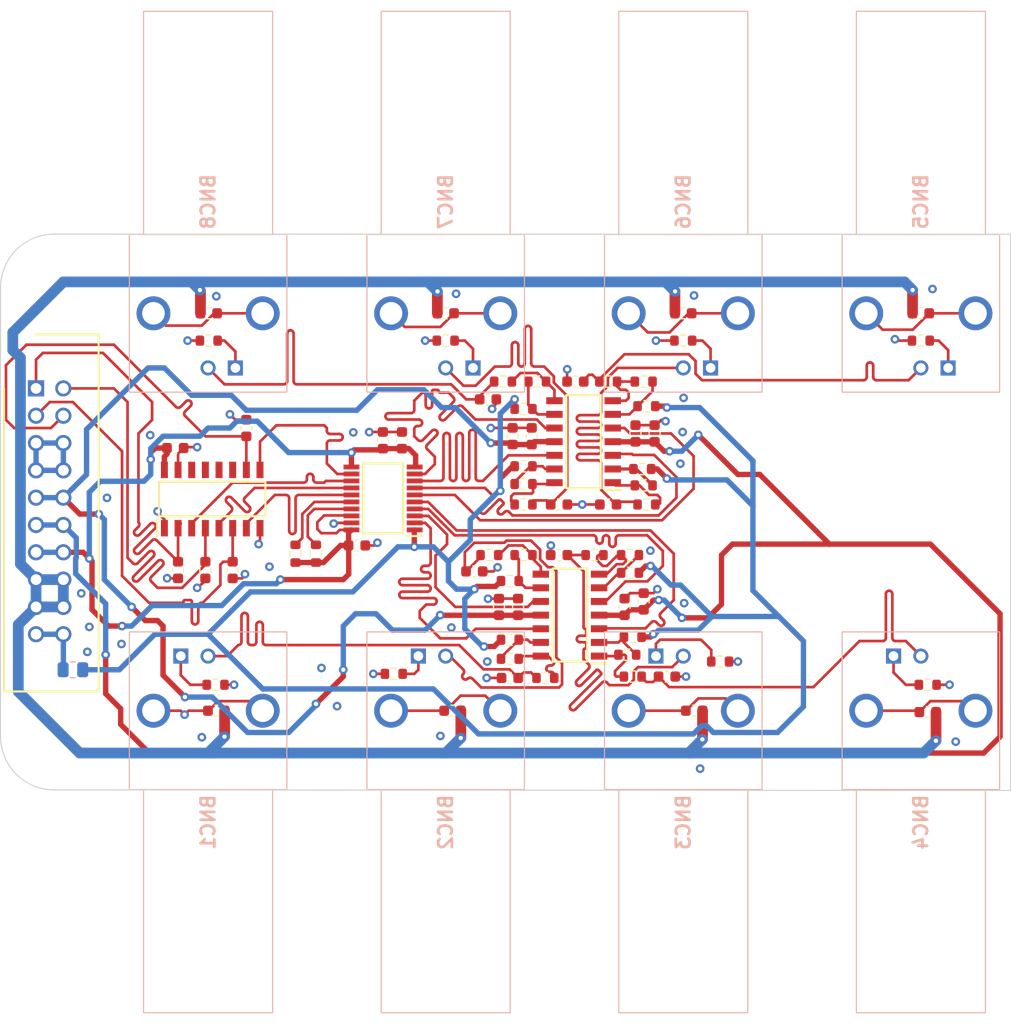
<source format=kicad_pcb>
(kicad_pcb (version 20221018) (generator pcbnew)
  (layers (0 "F.Cu" signal) (1 "In1.Cu" signal) (2 "In2.Cu" signal) (31 "B.Cu" signal) (34 "B.Paste" user) (35 "F.Paste" user) (36 "B.SilkS" user "B.Silkscreen") (37 "F.SilkS" user "F.Silkscreen") (38 "B.Mask" user) (39 "F.Mask" user) (44 "Edge.Cuts" user))
  (net 0 "")
  (net 1 "/DACA")
  (net 2 "/DACE")
  (net 3 "/DACB")
  (net 4 "/DACF")
  (net 5 "/DACC")
  (net 6 "/DACG")
  (net 7 "/DACD")
  (net 8 "/DACH")
  (net 9 "/SPI_C_CK_HS")
  (net 10 "GNDREF")
  (net 11 "/SPI_C_MO_HS")
  (net 12 "/~{SPI_C_STE_HS}")
  (net 13 "D+5V")
  (net 14 "/SPI_C_MI_HS")
  (net 15 "Net-(BNC1-Pad1)")
  (net 16 "PE_GND")
  (net 17 "Net-(BNC1-PadMH1)")
  (net 18 "Net-(BNC2-Pad1)")
  (net 19 "Net-(BNC2-PadMH1)")
  (net 20 "Net-(BNC3-Pad1)")
  (net 21 "Net-(BNC3-PadMH1)")
  (net 22 "Net-(BNC4-Pad1)")
  (net 23 "Net-(BNC4-PadMH1)")
  (net 24 "-5V_ADC")
  (net 25 "A+5V")
  (net 26 "REF_3V")
  (net 27 "/VOUTA")
  (net 28 "/VOUTB")
  (net 29 "/VOUTC")
  (net 30 "/VOUTD")
  (net 31 "/VOUTE")
  (net 32 "/VOUTF")
  (net 33 "/VOUTG")
  (net 34 "/VOUTH")
  (net 35 "/SPISIMIA_5V")
  (net 36 "/SPISIMOA_5V")
  (net 37 "/SPICLKA_5V")
  (net 38 "/~{SPISTEA}_5V")
  (net 39 "Net-(IC1-~{IRQ})")
  (net 40 "Net-(IC1-~{CLR})")
  (net 41 "Net-(R11-Pad1)")
  (net 42 "Net-(R10-Pad2)")
  (net 43 "Net-(R11-Pad2)")
  (net 44 "Net-(R12-Pad2)")
  (net 45 "Net-(R15-Pad2)")
  (net 46 "Net-(R16-Pad2)")
  (net 47 "Net-(R17-Pad2)")
  (net 48 "Net-(R18-Pad2)")
  (net 49 "Net-(R23-Pad2)")
  (net 50 "Net-(R24-Pad2)")
  (net 51 "Net-(R25-Pad2)")
  (net 52 "Net-(R26-Pad2)")
  (net 53 "Net-(R29-Pad2)")
  (net 54 "Net-(R30-Pad2)")
  (net 55 "Net-(R31-Pad2)")
  (net 56 "Net-(R32-Pad2)")
  (net 57 "Net-(RU1-Pad2)")
  (net 62 "Net-(BNC5-Pad1)")
  (net 63 "Net-(BNC5-PadMH1)")
  (net 64 "Net-(BNC6-Pad1)")
  (net 65 "Net-(BNC6-PadMH1)")
  (net 66 "Net-(BNC7-Pad1)")
  (net 67 "Net-(BNC7-PadMH1)")
  (net 68 "Net-(BNC8-Pad1)")
  (net 69 "Net-(BNC8-PadMH1)")
  (footprint "Capacitor_SMD:C_0603_1608Metric" (layer "F.Cu") (at 74.803 92.075)
    (fp_text reference "C6" hide)
    (fp_text value "102")
  )
  (footprint "Resistor_SMD:R_0603_1608Metric" (layer "F.Cu") (at 113.284 79.248 180)
    (fp_text reference "R16" hide)
    (fp_text value "10k")
  )
  (footprint "Resistor_SMD:R_0603_1608Metric" (layer "F.Cu") (at 113.284 77.597 180)
    (fp_text reference "R18" hide)
    (fp_text value "10k")
  )
  (footprint "Resistor_SMD:R_0603_1608Metric" (layer "F.Cu") (at 140.97 89.662 180)
    (fp_text reference "R7" hide)
    (fp_text value "0R")
  )
  (footprint "Resistor_SMD:R_0603_1608Metric" (layer "F.Cu") (at 113.538 88.9)
    (fp_text reference "R13" hide)
    (fp_text value "510")
  )
  (footprint "Capacitor_SMD:C_0603_1608Metric" (layer "F.Cu") (at 106.68 72.898)
    (fp_text reference "C31" hide)
    (fp_text value "102")
  )
  (footprint "Capacitor_SMD:C_0603_1608Metric" (layer "F.Cu") (at 102.108 89.027 180)
    (fp_text reference "C32" hide)
    (fp_text value "102")
  )
  (footprint "Resistor_SMD:R_0603_1608Metric" (layer "F.Cu") (at 103.378 72.898)
    (fp_text reference "R33" hide)
    (fp_text value "510")
  )
  (footprint "Capacitor_SMD:C_0603_1608Metric" (layer "F.Cu") (at 70.993 67.646)
    (fp_text reference "C4" hide)
    (fp_text value "104")
  )
  (footprint "Resistor_SMD:R_0603_1608Metric" (layer "F.Cu") (at 102.108 85.471)
    (fp_text reference "R30" hide)
    (fp_text value "10k")
  )
  (footprint "Resistor_SMD:R_0603_1608Metric" (layer "F.Cu") (at 103.378 77.597)
    (fp_text reference "R25" hide)
    (fp_text value "10k")
  )
  (footprint "Resistor_SMD:R_0603_1608Metric" (layer "F.Cu") (at 111.252 61.468 180)
    (fp_text reference "R19" hide)
    (fp_text value "510")
  )
  (footprint "Capacitor_SMD:C_0603_1608Metric" (layer "F.Cu") (at 113.792 66.294 90)
    (fp_text reference "C19" hide)
    (fp_text value "103")
  )
  (footprint "Resistor_SMD:R_0603_1608Metric" (layer "F.Cu") (at 101.473 61.468 180)
    (fp_text reference "R28" hide)
    (fp_text value "510")
  )
  (footprint "Resistor_SMD:R_0603_1608Metric" (layer "F.Cu") (at 114.554 61.468 180)
    (fp_text reference "R17" hide)
    (fp_text value "10k")
  )
  (footprint "Capacitor_SMD:C_0603_1608Metric" (layer "F.Cu") (at 116.713 88.9)
    (fp_text reference "C23" hide)
    (fp_text value "102")
  )
  (footprint "Resistor_SMD:R_0603_1608Metric" (layer "F.Cu") (at 114.808 72.898 180)
    (fp_text reference "R14" hide)
    (fp_text value "510")
  )
  (footprint "Resistor_SMD:R_0603_1608Metric" (layer "F.Cu") (at 91.313 88.646)
    (fp_text reference "R3" hide)
    (fp_text value "0R")
  )
  (footprint "Capacitor_SMD:C_0603_1608Metric" (layer "F.Cu") (at 96.139 55.118 180)
    (fp_text reference "C11" hide)
    (fp_text value "102")
  )
  (footprint "Resistor_SMD:R_0603_1608Metric" (layer "F.Cu") (at 105.41 89.027 180)
    (fp_text reference "R34" hide)
    (fp_text value "510")
  )
  (footprint "Capacitor_SMD:C_0603_1608Metric" (layer "F.Cu") (at 112.776 82.423 90)
    (fp_text reference "C18" hide)
    (fp_text value "103")
  )
  (footprint "Capacitor_SMD:C_0603_1608Metric" (layer "F.Cu") (at 100.076 63.119)
    (fp_text reference "C30" hide)
    (fp_text value "102")
  )
  (footprint "Resistor_SMD:R_0603_1608Metric" (layer "F.Cu") (at 118.237 57.658)
    (fp_text reference "R4" hide)
    (fp_text value "0R")
  )
  (footprint "Resistor_SMD:R_0603_1608Metric" (layer "F.Cu") (at 96.139 57.658)
    (fp_text reference "R6" hide)
    (fp_text value "0R")
  )
  (footprint "Resistor_SMD:R_0603_1608Metric" (layer "F.Cu") (at 114.427 69.596 180)
    (fp_text reference "R10" hide)
    (fp_text value "10k")
  )
  (footprint "Capacitor_SMD:C_0603_1608Metric" (layer "F.Cu") (at 73.787 78.994 -90)
    (fp_text reference "C2" hide)
    (fp_text value "101")
  )
  (footprint "SamacSys_Parts:SOIC127P600X175-14N" (layer "F.Cu") (at 107.696 83.185 180)
    (fp_text reference "U2" hide)
    (fp_text value "LM224DR" hide)
  )
  (footprint "Resistor_SMD:R_0603_1608Metric" (layer "F.Cu") (at 104.648 61.468)
    (fp_text reference "R26" hide)
    (fp_text value "10k")
  )
  (footprint "Capacitor_SMD:C_0603_1608Metric" (layer "F.Cu") (at 98.806 79.121)
    (fp_text reference "C29" hide)
    (fp_text value "102")
  )
  (footprint "Capacitor_SMD:C_0603_1608Metric" (layer "F.Cu") (at 101.092 82.423 -90)
    (fp_text reference "C15" hide)
    (fp_text value "105")
  )
  (footprint "Capacitor_SMD:C_0603_1608Metric" (layer "F.Cu") (at 102.87 82.423 90)
    (fp_text reference "C14" hide)
    (fp_text value "103")
  )
  (footprint "Capacitor_SMD:C_0603_1608Metric" (layer "F.Cu") (at 140.97 92.202)
    (fp_text reference "C12" hide)
    (fp_text value "102")
  )
  (footprint "Capacitor_SMD:C_0603_1608Metric" (layer "F.Cu") (at 102.362 66.548 -90)
    (fp_text reference "C17" hide)
    (fp_text value "105")
  )
  (footprint "Capacitor_SMD:C_0603_1608Metric" (layer "F.Cu") (at 119.253 92.075)
    (fp_text reference "C10" hide)
    (fp_text value "102")
  )
  (footprint "Resistor_SMD:R_0603_1608Metric" (layer "F.Cu") (at 113.538 85.217 180)
    (fp_text reference "R9" hide)
    (fp_text value "10k")
  )
  (footprint "Capacitor_SMD:C_0603_1608Metric" (layer "F.Cu") (at 118.237 55.118 180)
    (fp_text reference "C9" hide)
    (fp_text value "102")
  )
  (footprint "Capacitor_SMD:C_0603_1608Metric" (layer "F.Cu") (at 111.252 72.898 180)
    (fp_text reference "C24" hide)
    (fp_text value "102")
  )
  (footprint "Capacitor_SMD:C_0603_1608Metric" (layer "F.Cu") (at 77.597 65.786 90)
    (fp_text reference "C5" hide)
    (fp_text value "101")
  )
  (footprint "Resistor_SMD:R_0603_1608Metric" (layer "F.Cu") (at 74.104 57.658)
    (fp_text reference "R8" hide)
    (fp_text value "0R")
  )
  (footprint "Capacitor_SMD:C_0603_1608Metric" (layer "F.Cu") (at 96.774 92.075)
    (fp_text reference "C8" hide)
    (fp_text value "102")
  )
  (footprint "Capacitor_SMD:C_0603_1608Metric" (layer "F.Cu") (at 115.57 66.294 -90)
    (fp_text reference "C21" hide)
    (fp_text value "105")
  )
  (footprint "Capacitor_SMD:C_0603_1608Metric" (layer "F.Cu") (at 104.14 66.548 90)
    (fp_text reference "C16" hide)
    (fp_text value "103")
  )
  (footprint "Resistor_SMD:R_0603_1608Metric" (layer "F.Cu") (at 113.03 86.868 180)
    (fp_text reference "R11" hide)
    (fp_text value "10k")
  )
  (footprint "Resistor_SMD:R_0603_1608Metric" (layer "F.Cu") (at 103.378 69.342)
    (fp_text reference "R29" hide)
    (fp_text value "10k")
  )
  (footprint "Capacitor_SMD:C_0603_1608Metric" (layer "F.Cu") (at 106.68 77.597 180)
    (fp_text reference "C27" hide)
    (fp_text value "102")
  )
  (footprint "Resistor_SMD:R_0603_1608Metric" (layer "F.Cu") (at 121.666 87.503 180)
    (fp_text reference "R5" hide)
    (fp_text value "0R")
  )
  (footprint "Resistor_SMD:R_0603_1608Metric" (layer "F.Cu") (at 82.169 77.47 -90)
    (fp_text reference "R22" hide)
    (fp_text value "5k")
  )
  (footprint "Resistor_SMD:R_0603_1608Metric" (layer "F.Cu") (at 102.108 80.01)
    (fp_text reference "R23" hide)
    (fp_text value "10k")
  )
  (footprint "Resistor_SMD:R_0603_1608Metric" (layer "F.Cu") (at 114.554 71.12 180)
    (fp_text reference "R12" hide)
    (fp_text value "10k")
  )
  (footprint "SamacSys_Parts:SHDR20W56P254_2X10_3290X850X950P" (layer "F.Cu") (at 58.039 62.103 -90)
    (fp_text reference "SPI-DAC1" hide)
    (fp_text value "HIF3FC-20PA-2.54DSA" hide)
  )
  (footprint "Resistor_SMD:R_0603_1608Metric" (layer "F.Cu") (at 100.203 77.597 180)
    (fp_text reference "R27" hide)
    (fp_text value "510")
  )
  (footprint "SamacSys_Parts:SOIC127P600X175-16N" (layer "F.Cu") (at 74.422 72.39 90)
    (fp_text reference "U1" hide)
    (fp_text value "SN74HC365D" hide)
  )
  (footprint "Capacitor_SMD:C_0603_1608Metric" (layer "F.Cu") (at 92.075 66.929 -90)
    (fp_text reference "C22" hide)
    (fp_text value "104")
  )
  (footprint "Resistor_SMD:R_0603_1608Metric" (layer "F.Cu") (at 103.378 64.008)
    (fp_text reference "R24" hide)
    (fp_text value "10k")
  )
  (footprint "Resistor_SMD:R_0603_1608Metric" (layer "F.Cu") (at 109.982 77.597 180)
    (fp_text reference "R21" hide)
    (fp_text value "510")
  )
  (footprint "Capacitor_SMD:C_0603_1608Metric" (layer "F.Cu") (at 76.327 78.994 -90)
    (fp_text reference "C3" hide)
    (fp_text value "101")
  )
  (footprint "Resistor_SMD:R_0603_1608Metric" (layer "F.Cu") (at 140.335 57.658)
    (fp_text reference "R2" hide)
    (fp_text value "0R")
  )
  (footprint "Capacitor_SMD:C_0603_1608Metric" (layer "F.Cu") (at 90.297 66.929 -90)
    (fp_text reference "C25" hide)
    (fp_text value "4.7uF")
  )
  (footprint "Resistor_SMD:R_0603_1608Metric" (layer "F.Cu") (at 102.108 87.249)
    (fp_text reference "R32" hide)
    (fp_text value "10k")
  )
  (footprint "Resistor_SMD:R_0603_1608Metric" (layer "F.Cu") (at 74.739 89.662 180)
    (fp_text reference "R1" hide)
    (fp_text value "0R")
  )
  (footprint "SamacSys_Parts:SOIC127P600X175-14N" (layer "F.Cu") (at 108.966 67.056 180)
    (fp_text reference "U3" hide)
    (fp_text value "LM224DR" hide)
  )
  (footprint "Capacitor_SMD:C_0603_1608Metric" (layer "F.Cu") (at 87.884 76.708 180)
    (fp_text reference "C28" hide)
    (fp_text value "104")
  )
  (footprint "Capacitor_SMD:C_0603_1608Metric" (layer "F.Cu") (at 140.335 55.118 180)
    (fp_text reference "C7" hide)
    (fp_text value "102")
  )
  (footprint "Resistor_SMD:R_0603_1608Metric" (layer "F.Cu") (at 114.808 63.754 180)
    (fp_text reference "R15" hide)
    (fp_text value "10k")
  )
  (footprint "Capacitor_SMD:C_0603_1608Metric" (layer "F.Cu") (at 108.204 61.468 180)
    (fp_text reference "C26" hide)
    (fp_text value "102")
  )
  (footprint "Capacitor_SMD:C_0603_1608Metric" (layer "F.Cu") (at 71.247 78.994 -90)
    (fp_text reference "C1" hide)
    (fp_text value "101")
  )
  (footprint "Resistor_SMD:R_0603_1608Metric" (layer "F.Cu") (at 103.378 70.993)
    (fp_text reference "R31" hide)
    (fp_text value "10k")
  )
  (footprint "SamacSys_Parts:SOP65P640X110-20N" (layer "F.Cu") (at 90.314 72.334 180)
    (fp_text reference "IC1" hide)
    (fp_text value "MAX5725BAUP+" hide)
  )
  (footprint "Capacitor_SMD:C_0603_1608Metric" (layer "F.Cu") (at 114.554 81.915 -90)
    (fp_text reference "C20" hide)
    (fp_text value "105")
  )
  (footprint "Resistor_SMD:R_0603_1608Metric" (layer "F.Cu") (at 84.074 77.47 -90)
    (fp_text reference "R20" hide)
    (fp_text value "1k")
  )
  (footprint "Capacitor_SMD:C_0603_1608Metric" (layer "F.Cu") (at 74.104 55.118 180)
    (fp_text reference "C13" hide)
    (fp_text value "102")
  )
  (footprint "SamacSys_Parts:CPBNCPC010" (layer "B.Cu") (at 120.777 60.198 -90)
    (fp_text reference "BNC6")
    (fp_text value "BNC" hide)
  )
  (footprint "SamacSys_Parts:CPBNCPC010" (layer "B.Cu") (at 142.875 60.198 -90)
    (fp_text reference "BNC5")
    (fp_text value "BNC" hide)
  )
  (footprint "SamacSys_Parts:CPBNCPC010" (layer "B.Cu") (at 76.581 60.198 -90)
    (fp_text reference "BNC8")
    (fp_text value "BNC" hide)
  )
  (footprint "SamacSys_Parts:CPBNCPC010" (layer "B.Cu") (at 71.501 86.995 90)
    (fp_text reference "BNC1")
    (fp_text value "BNC" hide)
  )
  (footprint "Resistor_SMD:R_0805_2012Metric" (layer "B.Cu") (at 61.468 88.265 180)
    (fp_text reference "RU1" hide)
    (fp_text value "0R")
  )
  (footprint "SamacSys_Parts:CPBNCPC010" (layer "B.Cu") (at 98.679 60.198 -90)
    (fp_text reference "BNC7")
    (fp_text value "BNC" hide)
  )
  (footprint "SamacSys_Parts:CPBNCPC010" (layer "B.Cu") (at 137.795 86.995 90)
    (fp_text reference "BNC4")
    (fp_text value "BNC" hide)
  )
  (footprint "SamacSys_Parts:CPBNCPC010" (layer "B.Cu") (at 115.697 86.995 90)
    (fp_text reference "BNC3")
    (fp_text value "BNC" hide)
  )
  (footprint "SamacSys_Parts:CPBNCPC010" (layer "B.Cu") (at 93.599 86.995 90)
    (fp_text reference "BNC2")
    (fp_text value "BNC" hide)
  )
  (gr_line (start 148.677 47.761) (end 148.677 99.491) (stroke (width 0.1)) (layer "Edge.Cuts"))
  (gr_line (start 54.738 52.751) (end 54.737 94.441151) (stroke (width 0.1)) (layer "Edge.Cuts"))
  (gr_arc (start 59.737 99.441) (mid 56.201519 97.976587) (end 54.737 94.441151) (stroke (width 0.1)) (layer "Edge.Cuts"))
  (gr_line (start 148.677 99.491) (end 59.737 99.441) (stroke (width 0.1)) (layer "Edge.Cuts"))
  (gr_arc (start 54.738 52.751) (mid 56.202001 49.216345) (end 59.736514 47.752) (stroke (width 0.1)) (layer "Edge.Cuts"))
  (gr_line (start 59.736514 47.752) (end 148.677 47.761) (stroke (width 0.1)) (layer "Edge.Cuts"))
  (segment (start 74.041 86.995) (end 75.819 86.995) (width 0.25) (layer "F.Cu") (net 1))
  (segment (start 102.883 89.027) (end 103.391 88.519) (width 0.25) (layer "F.Cu") (net 1))
  (segment (start 104.077 88.519) (end 104.585 89.027) (width 0.25) (layer "F.Cu") (net 1))
  (segment (start 102.083 88.227) (end 102.883 89.027) (width 0.25) (layer "F.Cu") (net 1))
  (segment (start 78.532 85.67) (end 78.532 84.104629) (width 0.25) (layer "F.Cu") (net 1))
  (segment (start 77.744 83.278884) (end 77.744 85.67) (width 0.25) (layer "F.Cu") (net 1))
  (segment (start 97.4 85.97) (end 99.657 88.227) (width 0.25) (layer "F.Cu") (net 1))
  (segment (start 99.657 88.227) (end 102.083 88.227) (width 0.25) (layer "F.Cu") (net 1))
  (segment (start 79.432 85.97) (end 82.753758 85.97) (width 0.25) (layer "F.Cu") (net 1))
  (segment (start 78.044 85.97) (end 78.232 85.97) (width 0.25) (layer "F.Cu") (net 1))
  (segment (start 75.819 86.995) (end 76.844 85.97) (width 0.25) (layer "F.Cu") (net 1))
  (segment (start 82.753758 85.97) (end 97.4 85.97) (width 0.25) (layer "F.Cu") (net 1))
  (segment (start 79.132 84.104629) (end 79.132 85.67) (width 0.25) (layer "F.Cu") (net 1))
  (segment (start 103.391 88.519) (end 104.077 88.519) (width 0.25) (layer "F.Cu") (net 1))
  (segment (start 77.144 85.67) (end 77.144 83.278884) (width 0.25) (layer "F.Cu") (net 1))
  (arc (start 77.444 82.978884) (mid 77.656132 83.066752) (end 77.744 83.278884) (width 0.25) (layer "F.Cu") (net 1))
  (arc (start 78.232 85.97) (mid 78.444132 85.882132) (end 78.532 85.67) (width 0.25) (layer "F.Cu") (net 1))
  (arc (start 77.144 83.278884) (mid 77.231868 83.066752) (end 77.444 82.978884) (width 0.25) (layer "F.Cu") (net 1))
  (arc (start 76.844 85.97) (mid 77.056132 85.882132) (end 77.144 85.67) (width 0.25) (layer "F.Cu") (net 1))
  (arc (start 79.132 85.67) (mid 79.219868 85.882132) (end 79.432 85.97) (width 0.25) (layer "F.Cu") (net 1))
  (arc (start 78.832 83.804629) (mid 79.044132 83.892497) (end 79.132 84.104629) (width 0.25) (layer "F.Cu") (net 1))
  (arc (start 78.532 84.104629) (mid 78.619868 83.892497) (end 78.832 83.804629) (width 0.25) (layer "F.Cu") (net 1))
  (arc (start 77.744 85.67) (mid 77.831868 85.882132) (end 78.044 85.97) (width 0.25) (layer "F.Cu") (net 1))
  (segment (start 139.192 61.341) (end 140.335 60.198) (width 0.25) (layer "F.Cu") (net 2))
  (segment (start 119.980431 61.341) (end 135.001 61.341) (width 0.25) (layer "F.Cu") (net 2))
  (segment (start 110.427 61.468) (end 110.427 61.264142) (width 0.25) (layer "F.Cu") (net 2))
  (segment (start 135.301 61.041) (end 135.301 59.984724) (width 0.25) (layer "F.Cu") (net 2))
  (segment (start 118.745 58.928) (end 119.38 59.563) (width 0.25) (layer "F.Cu") (net 2))
  (segment (start 108.979 61.468) (end 108.979 61.328) (width 0.25) (layer "F.Cu") (net 2))
  (segment (start 135.901 59.984724) (end 135.901 61.041) (width 0.25) (layer "F.Cu") (net 2))
  (segment (start 108.979 61.328) (end 109.474 60.833) (width 0.25) (layer "F.Cu") (net 2))
  (segment (start 136.201 61.341) (end 139.192 61.341) (width 0.25) (layer "F.Cu") (net 2))
  (segment (start 109.474 60.833) (end 109.792 60.833) (width 0.25) (layer "F.Cu") (net 2))
  (segment (start 119.38 60.740569) (end 119.980431 61.341) (width 0.25) (layer "F.Cu") (net 2))
  (segment (start 109.792 60.833) (end 110.427 61.468) (width 0.25) (layer "F.Cu") (net 2))
  (segment (start 112.763142 58.928) (end 118.745 58.928) (width 0.25) (layer "F.Cu") (net 2))
  (segment (start 110.427 61.264142) (end 112.763142 58.928) (width 0.25) (layer "F.Cu") (net 2))
  (segment (start 119.38 59.563) (end 119.38 60.740569) (width 0.25) (layer "F.Cu") (net 2))
  (arc (start 135.901 61.041) (mid 135.988868 61.253132) (end 136.201 61.341) (width 0.25) (layer "F.Cu") (net 2))
  (arc (start 135.001 61.341) (mid 135.213132 61.253132) (end 135.301 61.041) (width 0.25) (layer "F.Cu") (net 2))
  (arc (start 135.301 59.984724) (mid 135.388868 59.772592) (end 135.601 59.684724) (width 0.25) (layer "F.Cu") (net 2))
  (arc (start 135.601 59.684724) (mid 135.813132 59.772592) (end 135.901 59.984724) (width 0.25) (layer "F.Cu") (net 2))
  (segment (start 97.766971 88.241971) (end 96.52 86.995) (width 0.25) (layer "F.Cu") (net 3))
  (segment (start 106.68 89.916) (end 99.441 89.916) (width 0.25) (layer "F.Cu") (net 3))
  (segment (start 106.426 79.0795) (end 106.426 87.115227) (width 0.25) (layer "F.Cu") (net 3))
  (segment (start 106.96 87.649227) (end 106.96 89.636) (width 0.25) (layer "F.Cu") (net 3))
  (segment (start 104.928 78.002604) (end 105.650396 78.725) (width 0.25) (layer "F.Cu") (net 3))
  (segment (start 97.765865 88.667338) (end 97.76697 88.666234) (width 0.25) (layer "F.Cu") (net 3))
  (segment (start 98.044 79.121) (end 98.031 79.121) (width 0.25) (layer "F.Cu") (net 3))
  (segment (start 96.52 86.995) (end 96.139 86.995) (width 0.25) (layer "F.Cu") (net 3))
  (segment (start 99.441 89.916) (end 98.6155 89.0905) (width 0.25) (layer "F.Cu") (net 3))
  (segment (start 101.598604 76.454) (end 101.794604 76.258) (width 0.25) (layer "F.Cu") (net 3))
  (segment (start 98.806 76.454) (end 101.598604 76.454) (width 0.25) (layer "F.Cu") (net 3))
  (segment (start 104.081462 76.258) (end 104.928 77.104538) (width 0.25) (layer "F.Cu") (net 3))
  (segment (start 98.031 79.121) (end 97.777 79.121) (width 0.25) (layer "F.Cu") (net 3))
  (segment (start 106.426 87.115227) (end 106.96 87.649227) (width 0.25) (layer "F.Cu") (net 3))
  (segment (start 97.917 79.007) (end 97.917 77.343) (width 0.25) (layer "F.Cu") (net 3))
  (segment (start 104.928 77.104538) (end 104.928 78.002604) (width 0.25) (layer "F.Cu") (net 3))
  (segment (start 98.191235 89.090499) (end 98.191234 89.090499) (width 0.25) (layer "F.Cu") (net 3))
  (segment (start 106.0715 78.725) (end 106.426 79.0795) (width 0.25) (layer "F.Cu") (net 3))
  (segment (start 99.378 77.787) (end 98.044 79.121) (width 0.25) (layer "F.Cu") (net 3))
  (segment (start 98.191234 89.090499) (end 98.19013 89.091604) (width 0.25) (layer "F.Cu") (net 3))
  (segment (start 99.378 77.597) (end 99.378 77.787) (width 0.25) (layer "F.Cu") (net 3))
  (segment (start 106.96 89.636) (end 106.68 89.916) (width 0.25) (layer "F.Cu") (net 3))
  (segment (start 97.765865 88.667339) (end 97.765865 88.667338) (width 0.25) (layer "F.Cu") (net 3))
  (segment (start 97.917 77.343) (end 98.806 76.454) (width 0.25) (layer "F.Cu") (net 3))
  (segment (start 98.031 79.121) (end 97.917 79.007) (width 0.25) (layer "F.Cu") (net 3))
  (segment (start 105.650396 78.725) (end 106.0715 78.725) (width 0.25) (layer "F.Cu") (net 3))
  (segment (start 97.76697 88.24197) (end 97.766971 88.241971) (width 0.25) (layer "F.Cu") (net 3))
  (segment (start 101.794604 76.258) (end 104.081462 76.258) (width 0.25) (layer "F.Cu") (net 3))
  (arc (start 98.19013 89.091604) (mid 97.977998 89.179472) (end 97.765866 89.091604) (width 0.25) (layer "F.Cu") (net 3))
  (arc (start 98.6155 89.0905) (mid 98.403367 89.00263) (end 98.191235 89.090499) (width 0.25) (layer "F.Cu") (net 3))
  (arc (start 97.76697 88.666234) (mid 97.854838 88.454102) (end 97.76697 88.24197) (width 0.25) (layer "F.Cu") (net 3))
  (arc (start 97.765866 89.091604) (mid 97.677996 88.879471) (end 97.765865 88.667339) (width 0.25) (layer "F.Cu") (net 3))
  (segment (start 112.027 72.898) (end 111.9725 72.898) (width 0.25) (layer "F.Cu") (net 4))
  (segment (start 112.129538 60.198) (end 118.237 60.198) (width 0.25) (layer "F.Cu") (net 4))
  (segment (start 108.640147 65.788) (end 110.2905 65.788) (width 0.25) (layer "F.Cu") (net 4))
  (segment (start 110.5905 71.516) (end 110.5905 69.088) (width 0.25) (layer "F.Cu") (net 4))
  (segment (start 111.228 61.884462) (end 111.228 61.099538) (width 0.25) (layer "F.Cu") (net 4))
  (segment (start 110.2905 68.788) (end 108.640147 68.788) (width 0.25) (layer "F.Cu") (net 4))
  (segment (start 110.2905 67.588) (end 108.640147 67.588) (width 0.25) (layer "F.Cu") (net 4))
  (segment (start 112.027 72.898) (end 112.141 72.898) (width 0.25) (layer "F.Cu") (net 4))
  (segment (start 112.141 72.898) (end 112.395 72.644) (width 0.25) (layer "F.Cu") (net 4))
  (segment (start 108.640147 64.588) (end 110.2905 64.588) (width 0.25) (layer "F.Cu") (net 4))
  (segment (start 108.640147 66.988) (end 110.2905 66.988) (width 0.25) (layer "F.Cu") (net 4))
  (segment (start 110.5905 64.288) (end 110.5905 62.719645) (width 0.25) (layer "F.Cu") (net 4))
  (segment (start 110.2905 66.388) (end 108.640147 66.388) (width 0.25) (layer "F.Cu") (net 4))
  (segment (start 110.5905 62.521962) (end 111.228 61.884462) (width 0.25) (layer "F.Cu") (net 4))
  (segment (start 110.5905 62.719645) (end 110.5905 62.521962) (width 0.25) (layer "F.Cu") (net 4))
  (segment (start 111.9725 72.898) (end 110.5905 71.516) (width 0.25) (layer "F.Cu") (net 4))
  (segment (start 112.395 72.644) (end 113.729 72.644) (width 0.25) (layer "F.Cu") (net 4))
  (segment (start 111.228 61.099538) (end 112.129538 60.198) (width 0.25) (layer "F.Cu") (net 4))
  (segment (start 110.2905 65.188) (end 108.640147 65.188) (width 0.25) (layer "F.Cu") (net 4))
  (segment (start 113.729 72.644) (end 113.983 72.898) (width 0.25) (layer "F.Cu") (net 4))
  (segment (start 108.640147 68.188) (end 110.2905 68.188) (width 0.25) (layer "F.Cu") (net 4))
  (arc (start 108.340147 64.888) (mid 108.428015 64.675868) (end 108.640147 64.588) (width 0.25) (layer "F.Cu") (net 4))
  (arc (start 110.5905 66.688) (mid 110.502632 66.475868) (end 110.2905 66.388) (width 0.25) (layer "F.Cu") (net 4))
  (arc (start 108.640147 66.388) (mid 108.428015 66.300132) (end 108.340147 66.088) (width 0.25) (layer "F.Cu") (net 4))
  (arc (start 110.2905 64.588) (mid 110.502632 64.500132) (end 110.5905 64.288) (width 0.25) (layer "F.Cu") (net 4))
  (arc (start 110.2905 68.188) (mid 110.502632 68.100132) (end 110.5905 67.888) (width 0.25) (layer "F.Cu") (net 4))
  (arc (start 108.640147 67.588) (mid 108.428015 67.500132) (end 108.340147 67.288) (width 0.25) (layer "F.Cu") (net 4))
  (arc (start 108.640147 68.788) (mid 108.428015 68.700132) (end 108.340147 68.488) (width 0.25) (layer "F.Cu") (net 4))
  (arc (start 110.5905 65.488) (mid 110.502632 65.275868) (end 110.2905 65.188) (width 0.25) (layer "F.Cu") (net 4))
  (arc (start 110.2905 66.988) (mid 110.502632 66.900132) (end 110.5905 66.688) (width 0.25) (layer "F.Cu") (net 4))
  (arc (start 110.5905 67.888) (mid 110.502632 67.675868) (end 110.2905 67.588) (width 0.25) (layer "F.Cu") (net 4))
  (arc (start 108.340147 67.288) (mid 108.428015 67.075868) (end 108.640147 66.988) (width 0.25) (layer "F.Cu") (net 4))
  (arc (start 110.2905 65.788) (mid 110.502632 65.700132) (end 110.5905 65.488) (width 0.25) (layer "F.Cu") (net 4))
  (arc (start 108.340147 66.088) (mid 108.428015 65.875868) (end 108.640147 65.788) (width 0.25) (layer "F.Cu") (net 4))
  (arc (start 108.640147 65.188) (mid 108.428015 65.100132) (end 108.340147 64.888) (width 0.25) (layer "F.Cu") (net 4))
  (arc (start 110.5905 69.088) (mid 110.502632 68.875868) (end 110.2905 68.788) (width 0.25) (layer "F.Cu") (net 4))
  (arc (start 108.340147 68.488) (mid 108.428015 68.275868) (end 108.640147 68.188) (width 0.25) (layer "F.Cu") (net 4))
  (segment (start 107.455 77.597) (end 109.157 77.597) (width 0.25) (layer "F.Cu") (net 5))
  (segment (start 111.122672 89.447172) (end 111.122673 89.447173) (width 0.25) (layer "F.Cu") (net 5))
  (segment (start 114.025538 88.02) (end 117.212 88.02) (width 0.25) (layer "F.Cu") (net 5))
  (segment (start 117.212 88.02) (end 118.237 86.995) (width 0.25) (layer "F.Cu") (net 5))
  (segment (start 109.216 85.828) (end 109.216 86.178) (width 0.25) (layer "F.Cu") (net 5))
  (segment (start 108.966 85.703) (end 109.091 85.703) (width 0.25) (layer "F.Cu") (net 5))
  (segment (start 109.425619 88.174383) (end 108.34377 89.256231) (width 0.25) (layer "F.Cu") (net 5))
  (segment (start 108.768035 89.680494) (end 108.768034 89.680495) (width 0.25) (layer "F.Cu") (net 5))
  (segment (start 111.122673 89.447173) (end 111.3755 89.7) (width 0.25) (layer "F.Cu") (net 5))
  (segment (start 108.202327 91.943254) (end 108.202326 91.943255) (width 0.25) (layer "F.Cu") (net 5))
  (segment (start 113.638 89.192462) (end 113.638 88.407538) (width 0.25) (layer "F.Cu") (net 5))
  (segment (start 107.455 77.597) (end 108.966 79.108) (width 0.25) (layer "F.Cu") (net 5))
  (segment (start 109.091 85.103) (end 108.966 85.103) (width 0.25) (layer "F.Cu") (net 5))
  (segment (start 110.333635 88.295974) (end 110.576818 88.539157) (width 0.25) (layer "F.Cu") (net 5))
  (segment (start 108.966 86.428) (end 108.966 86.728) (width 0.25) (layer "F.Cu") (net 5))
  (segment (start 113.130462 89.7) (end 113.638 89.192462) (width 0.25) (layer "F.Cu") (net 5))
  (segment (start 110.576817 88.720237) (end 107.778062 91.518991) (width 0.25) (layer "F.Cu") (net 5))
  (segment (start 113.638 88.407538) (end 114.025538 88.02) (width 0.25) (layer "F.Cu") (net 5))
  (segment (start 109.425618 88.174384) (end 109.425619 88.174383) (width 0.25) (layer "F.Cu") (net 5))
  (segment (start 110.576818 88.720237) (end 110.576817 88.720237) (width 0.25) (layer "F.Cu") (net 5))
  (segment (start 109.216 84.578) (end 109.216 84.978) (width 0.25) (layer "F.Cu") (net 5))
  (segment (start 110.062014 88.386514) (end 110.152553 88.295972) (width 0.25) (layer "F.Cu") (net 5))
  (segment (start 108.966 86.728) (end 108.966 87.2905) (width 0.25) (layer "F.Cu") (net 5))
  (segment (start 111.3755 89.7) (end 113.130462 89.7) (width 0.25) (layer "F.Cu") (net 5))
  (segment (start 108.202326 91.943255) (end 110.698408 89.447172) (width 0.25) (layer "F.Cu") (net 5))
  (segment (start 108.768034 89.680495) (end 110.062014 88.386514) (width 0.25) (layer "F.Cu") (net 5))
  (segment (start 108.966 79.108) (end 108.966 84.328) (width 0.25) (layer "F.Cu") (net 5))
  (segment (start 108.635454 85.703) (end 108.966 85.703) (width 0.25) (layer "F.Cu") (net 5))
  (segment (start 108.966 87.2905) (end 109.425619 87.750119) (width 0.25) (layer "F.Cu") (net 5))
  (segment (start 108.966 85.103) (end 108.635454 85.103) (width 0.25) (layer "F.Cu") (net 5))
  (arc (start 110.698408 89.447172) (mid 110.91054 89.359304) (end 111.122672 89.447172) (width 0.25) (layer "F.Cu") (net 5))
  (arc (start 107.778062 91.518991) (mid 107.690194 91.731123) (end 107.778062 91.943255) (width 0.25) (layer "F.Cu") (net 5))
  (arc (start 107.778062 91.943255) (mid 107.990195 92.031123) (end 108.202327 91.943254) (width 0.25) (layer "F.Cu") (net 5))
  (arc (start 108.335454 85.403) (mid 108.423322 85.615132) (end 108.635454 85.703) (width 0.25) (layer "F.Cu") (net 5))
  (arc (start 109.091 85.703) (mid 109.179388 85.739612) (end 109.216 85.828) (width 0.25) (layer "F.Cu") (net 5))
  (arc (start 109.216 86.178) (mid 109.179388 86.266388) (end 109.091 86.303) (width 0.25) (layer "F.Cu") (net 5))
  (arc (start 109.091 84.453) (mid 109.179388 84.489612) (end 109.216 84.578) (width 0.25) (layer "F.Cu") (net 5))
  (arc (start 109.425619 87.750119) (mid 109.513487 87.962252) (end 109.425618 88.174384) (width 0.25) (layer "F.Cu") (net 5))
  (arc (start 109.091 86.303) (mid 109.002612 86.339612) (end 108.966 86.428) (width 0.25) (layer "F.Cu") (net 5))
  (arc (start 108.34377 89.256231) (mid 108.255902 89.468363) (end 108.34377 89.680495) (width 0.25) (layer "F.Cu") (net 5))
  (arc (start 108.966 84.328) (mid 109.002612 84.416388) (end 109.091 84.453) (width 0.25) (layer "F.Cu") (net 5))
  (arc (start 109.216 84.978) (mid 109.179388 85.066388) (end 109.091 85.103) (width 0.25) (layer "F.Cu") (net 5))
  (arc (start 110.576818 88.539157) (mid 110.61432 88.629696) (end 110.576818 88.720237) (width 0.25) (layer "F.Cu") (net 5))
  (arc (start 108.34377 89.680495) (mid 108.555903 89.768363) (end 108.768035 89.680494) (width 0.25) (layer "F.Cu") (net 5))
  (arc (start 110.152553 88.295972) (mid 110.243094 88.25847) (end 110.333635 88.295974) (width 0.25) (layer "F.Cu") (net 5))
  (arc (start 108.635454 85.103) (mid 108.423322 85.190868) (end 108.335454 85.403) (width 0.25) (layer "F.Cu") (net 5))
  (segment (start 105.524 72.517) (end 105.905 72.898) (width 0.25) (layer "F.Cu") (net 6))
  (segment (start 104.267 72.517) (end 105.524 72.517) (width 0.25) (layer "F.Cu") (net 6))
  (segment (start 106.198 60.975538) (end 105.293462 60.071) (width 0.25) (layer "F.Cu") (net 6))
  (segment (start 107.442 71.361) (end 107.442 62.800604) (width 0.25) (layer "F.Cu") (net 6))
  (segment (start 98.933 61.849) (end 97.79 61.849) (width 0.25) (layer "F.Cu") (net 6))
  (segment (start 105.905 72.898) (end 107.442 71.361) (width 0.25) (layer "F.Cu") (net 6))
  (segment (start 104.203 72.581) (end 104.267 72.517) (width 0.25) (layer "F.Cu") (net 6))
  (segment (start 105.293462 60.071) (end 104.394 60.071) (width 0.25) (layer "F.Cu") (net 6))
  (segment (start 107.442 62.800604) (end 106.198 61.556604) (width 0.25) (layer "F.Cu") (net 6))
  (segment (start 97.79 61.849) (end 96.139 60.198) (width 0.25) (layer "F.Cu") (net 6))
  (segment (start 102.894 59.771) (end 102.894 58.095554) (width 0.25) (layer "F.Cu") (net 6))
  (segment (start 102.294 58.095554) (end 102.294 59.771) (width 0.25) (layer "F.Cu") (net 6))
  (segment (start 103.494 56.595574) (end 103.494 59.771) (width 0.25) (layer "F.Cu") (net 6))
  (segment (start 104.094 59.771) (end 104.094 56.595574) (width 0.25) (layer "F.Cu") (net 6))
  (segment (start 101.994 60.071) (end 100.711 60.071) (width 0.25) (layer "F.Cu") (net 6))
  (segment (start 106.198 61.556604) (end 106.198 60.975538) (width 0.25) (layer "F.Cu") (net 6))
  (segment (start 104.203 72.898) (end 104.203 72.581) (width 0.25) (layer "F.Cu") (net 6))
  (segment (start 100.711 60.071) (end 98.933 61.849) (width 0.25) (layer "F.Cu") (net 6))
  (arc (start 104.394 60.071) (mid 104.181868 59.983132) (end 104.094 59.771) (width 0.25) (layer "F.Cu") (net 6))
  (arc (start 102.294 59.771) (mid 102.206132 59.983132) (end 101.994 60.071) (width 0.25) (layer "F.Cu") (net 6))
  (arc (start 103.794 56.295574) (mid 103.581868 56.383442) (end 103.494 56.595574) (width 0.25) (layer "F.Cu") (net 6))
  (arc (start 102.594 57.795554) (mid 102.381868 57.883422) (end 102.294 58.095554) (width 0.25) (layer "F.Cu") (net 6))
  (arc (start 102.894 58.095554) (mid 102.806132 57.883422) (end 102.594 57.795554) (width 0.25) (layer "F.Cu") (net 6))
  (arc (start 103.194 60.071) (mid 102.981868 59.983132) (end 102.894 59.771) (width 0.25) (layer "F.Cu") (net 6))
  (arc (start 104.094 56.595574) (mid 104.006132 56.383442) (end 103.794 56.295574) (width 0.25) (layer "F.Cu") (net 6))
  (arc (start 103.494 59.771) (mid 103.406132 59.983132) (end 103.194 60.071) (width 0.25) (layer "F.Cu") (net 6))
  (segment (start 115.43 89.408) (end 115.938 88.9) (width 0.25) (layer "F.Cu") (net 7))
  (segment (start 138.938 85.598) (end 140.335 86.995) (width 0.25) (layer "F.Cu") (net 7))
  (segment (start 116.916 89.878) (end 130.34 89.878) (width 0.25) (layer "F.Cu") (net 7))
  (segment (start 137.679 81.217273) (end 137.679 85.298) (width 0.25) (layer "F.Cu") (net 7))
  (segment (start 114.363 88.9) (end 114.363 88.963) (width 0.25) (layer "F.Cu") (net 7))
  (segment (start 130.34 89.878) (end 134.62 85.598) (width 0.25) (layer "F.Cu") (net 7))
  (segment (start 114.808 89.408) (end 115.43 89.408) (width 0.25) (layer "F.Cu") (net 7))
  (segment (start 114.363 88.963) (end 114.808 89.408) (width 0.25) (layer "F.Cu") (net 7))
  (segment (start 137.979 85.598) (end 138.938 85.598) (width 0.25) (layer "F.Cu") (net 7))
  (segment (start 115.938 88.9) (end 116.916 89.878) (width 0.25) (layer "F.Cu") (net 7))
  (segment (start 137.079 85.298) (end 137.079 81.217273) (width 0.25) (layer "F.Cu") (net 7))
  (segment (start 134.62 85.598) (end 136.779 85.598) (width 0.25) (layer "F.Cu") (net 7))
  (arc (start 137.379 80.917273) (mid 137.591132 81.005141) (end 137.679 81.217273) (width 0.25) (layer "F.Cu") (net 7))
  (arc (start 136.779 85.598) (mid 136.991132 85.510132) (end 137.079 85.298) (width 0.25) (layer "F.Cu") (net 7))
  (arc (start 137.079 81.217273) (mid 137.166868 81.005141) (end 137.379 80.917273) (width 0.25) (layer "F.Cu") (net 7))
  (arc (start 137.679 85.298) (mid 137.766868 85.510132) (end 137.979 85.598) (width 0.25) (layer "F.Cu") (net 7))
  (segment (start 81.996 61.422) (end 81.996 56.999441) (width 0.25) (layer "F.Cu") (net 8))
  (segment (start 79.750568 61.722) (end 75.565 61.722) (width 0.25) (layer "F.Cu") (net 8))
  (segment (start 81.096 61.722) (end 79.750568 61.722) (width 0.25) (layer "F.Cu") (net 8))
  (segment (start 81.396 56.999441) (end 81.396 61.422) (width 0.25) (layer "F.Cu") (net 8))
  (segment (start 99.301 63.119) (end 99.301 62.815) (width 0.25) (layer "F.Cu") (net 8))
  (segment (start 99.301 62.815) (end 100.648 61.468) (width 0.25) (layer "F.Cu") (net 8))
  (segment (start 99.301 63.119) (end 98.044 63.119) (width 0.25) (layer "F.Cu") (net 8))
  (segment (start 75.565 61.722) (end 74.041 60.198) (width 0.25) (layer "F.Cu") (net 8))
  (segment (start 96.647 61.722) (end 82.296 61.722) (width 0.25) (layer "F.Cu") (net 8))
  (segment (start 98.044 63.119) (end 96.647 61.722) (width 0.25) (layer "F.Cu") (net 8))
  (arc (start 81.696 56.699441) (mid 81.483868 56.787309) (end 81.396 56.999441) (width 0.25) (layer "F.Cu") (net 8))
  (arc (start 81.996 56.999441) (mid 81.908132 56.787309) (end 81.696 56.699441) (width 0.25) (layer "F.Cu") (net 8))
  (arc (start 82.296 61.722) (mid 82.083868 61.634132) (end 81.996 61.422) (width 0.25) (layer "F.Cu") (net 8))
  (arc (start 81.396 61.422) (mid 81.308132 61.634132) (end 81.096 61.722) (width 0.25) (layer "F.Cu") (net 8))
  (segment (start 67.480265 78.358999) (end 67.480264 78.359) (width 0.25) (layer "F.Cu") (net 9))
  (segment (start 60.579 62.103) (end 65.278 62.103) (width 0.25) (layer "F.Cu") (net 9))
  (segment (start 68.753054 80.056054) (end 69.342 80.645) (width 0.25) (layer "F.Cu") (net 9))
  (segment (start 65.278 62.103) (end 66.548 63.373) (width 0.25) (layer "F.Cu") (net 9))
  (segment (start 67.480264 78.359) (end 68.533794 77.305471) (width 0.25) (layer "F.Cu") (net 9))
  (segment (start 71.628 80.645) (end 73.787 78.486) (width 0.25) (layer "F.Cu") (net 9))
  (segment (start 68.753053 80.056053) (end 68.753054 80.056054) (width 0.25) (layer "F.Cu") (net 9))
  (segment (start 68.958058 77.729735) (end 67.133781 79.554008) (width 0.25) (layer "F.Cu") (net 9))
  (segment (start 73.787 78.486) (end 73.787 78.219) (width 0.25) (layer "F.Cu") (net 9))
  (segment (start 67.558046 79.978271) (end 67.558045 79.978272) (width 0.25) (layer "F.Cu") (net 9))
  (segment (start 67.558045 79.978272) (end 69.382293 78.15402) (width 0.25) (layer "F.Cu") (net 9))
  (segment (start 66.548 77.851) (end 67.056 78.359) (width 0.25) (layer "F.Cu") (net 9))
  (segment (start 73.787 78.219) (end 73.787 75.102) (width 0.25) (layer "F.Cu") (net 9))
  (segment (start 69.806558 78.578287) (end 69.806559 78.578286) (width 0.25) (layer "F.Cu") (net 9))
  (segment (start 68.958057 77.729736) (end 68.958058 77.729735) (width 0.25) (layer "F.Cu") (net 9))
  (segment (start 66.548 63.373) (end 66.548 77.851) (width 0.25) (layer "F.Cu") (net 9))
  (segment (start 69.806559 78.578286) (end 68.753053 79.631789) (width 0.25) (layer "F.Cu") (net 9))
  (segment (start 69.342 80.645) (end 71.628 80.645) (width 0.25) (layer "F.Cu") (net 9))
  (arc (start 68.533794 77.305471) (mid 68.745926 77.217603) (end 68.958058 77.305471) (width 0.25) (layer "F.Cu") (net 9))
  (arc (start 68.958058 77.305471) (mid 69.045925 77.517603) (end 68.958057 77.729736) (width 0.25) (layer "F.Cu") (net 9))
  (arc (start 67.056 78.359) (mid 67.268134 78.446869) (end 67.480265 78.358999) (width 0.25) (layer "F.Cu") (net 9))
  (arc (start 67.133781 79.978272) (mid 67.345914 80.06614) (end 67.558046 79.978271) (width 0.25) (layer "F.Cu") (net 9))
  (arc (start 68.753053 79.631789) (mid 68.665185 79.843921) (end 68.753053 80.056053) (width 0.25) (layer "F.Cu") (net 9))
  (arc (start 67.133781 79.554008) (mid 67.045913 79.76614) (end 67.133781 79.978272) (width 0.25) (layer "F.Cu") (net 9))
  (arc (start 69.806559 78.154022) (mid 69.894426 78.366154) (end 69.806558 78.578287) (width 0.25) (layer "F.Cu") (net 9))
  (arc (start 69.382293 78.15402) (mid 69.594427 78.066154) (end 69.806559 78.154022) (width 0.25) (layer "F.Cu") (net 9))
  (segment (start 78.867 75.102) (end 78.867 76.327) (width 0.25) (layer "F.Cu") (net 10))
  (segment (start 112.776 81.648) (end 112.789 81.648) (width 0.25) (layer "F.Cu") (net 10))
  (segment (start 115.57 65.519) (end 115.71 65.519) (width 0.25) (layer "F.Cu") (net 10))
  (segment (start 117.488 88.9) (end 118.491 88.9) (width 0.25) (layer "F.Cu") (net 10))
  (segment (start 105.905 76.721) (end 105.918 76.708) (width 0.25) (layer "F.Cu") (net 10))
  (segment (start 100.33 65.786) (end 100.457 65.786) (width 0.25) (layer "F.Cu") (net 10))
  (segment (start 113.297 81.14) (end 114.554 81.14) (width 0.25) (layer "F.Cu") (net 10))
  (segment (start 104.14 65.773) (end 102.362 65.773) (width 0.25) (layer "F.Cu") (net 10))
  (segment (start 139.51 57.658) (end 138.303 57.658) (width 0.25) (layer "F.Cu") (net 10))
  (segment (start 76.568 65.011) (end 76.073 64.516) (width 0.25) (layer "F.Cu") (net 10))
  (segment (start 69.215 73.533) (end 69.215 73.533) (width 0.25) (layer "F.Cu") (net 10))
  (segment (start 77.47 79.375) (end 77.47 79.502) (width 0.25) (layer "F.Cu") (net 10))
  (segment (start 117.412 57.658) (end 115.697 57.658) (width 0.25) (layer "F.Cu") (net 10))
  (segment (start 73.025 80.645) (end 73.152 80.645) (width 0.25) (layer "F.Cu") (net 10))
  (segment (start 73.787 79.769) (end 73.787 80.01) (width 0.25) (layer "F.Cu") (net 10))
  (segment (start 100.089 81.648) (end 100.076 81.661) (width 0.25) (layer "F.Cu") (net 10))
  (segment (start 100.457 64.008) (end 100.457 63.881) (width 0.25) (layer "F.Cu") (net 10))
  (segment (start 116.205 65.024) (end 116.586 65.151) (width 0.25) (layer "F.Cu") (net 10))
  (segment (start 101.333 89.027) (end 99.949 89.027) (width 0.25) (layer "F.Cu") (net 10))
  (segment (start 100.851 63.119) (end 100.851 63.487) (width 0.25) (layer "F.Cu") (net 10))
  (segment (start 90.297 66.154) (end 89.04 66.154) (width 0.25) (layer "F.Cu") (net 10))
  (segment (start 101.079 81.661) (end 101.092 81.648) (width 0.25) (layer "F.Cu") (net 10))
  (segment (start 77.597 65.011) (end 76.568 65.011) (width 0.25) (layer "F.Cu") (net 10))
  (segment (start 141.795 89.662) (end 143.002 89.662) (width 0.25) (layer "F.Cu") (net 10))
  (segment (start 94.234 57.658) (end 94.107 57.658) (width 0.25) (layer "F.Cu") (net 10))
  (segment (start 100.851 63.487) (end 100.457 64.008) (width 0.25) (layer "F.Cu") (net 10))
  (segment (start 76.073 64.516) (end 76.0095 64.4525) (width 0.25) (layer "F.Cu") (net 10))
  (segment (start 105.905 77.597) (end 105.905 76.721) (width 0.25) (layer "F.Cu") (net 10))
  (segment (start 107.429 60.312) (end 107.429 60.211) (width 0.25) (layer "F.Cu") (net 10))
  (segment (start 138.049 57.658) (end 138.176 57.658) (width 0.25) (layer "F.Cu") (net 10))
  (segment (start 75.564 89.662) (end 76.454 89.662) (width 0.25) (layer "F.Cu") (net 10))
  (segment (start 100.584 79.121) (end 99.581 79.121) (width 0.25) (layer "F.Cu") (net 10))
  (segment (start 88.659 76.708) (end 89.535 76.708) (width 0.25) (layer "F.Cu") (net 10))
  (segment (start 112.789 81.648) (end 113.297 81.14) (width 0.25) (layer "F.Cu") (net 10))
  (segment (start 99.949 89.027) (end 100.076 89.027) (width 0.25) (layer "F.Cu") (net 10))
  (segment (start 92.075 66.154) (end 90.297 66.154) (width 0.25) (layer "F.Cu") (net 10))
  (segment (start 73.787 80.01) (end 73.025 80.645) (width 0.25) (layer "F.Cu") (net 10))
  (segment (start 138.303 57.658) (end 137.922 57.531) (width 0.25) (layer "F.Cu") (net 10))
  (segment (start 89.04 66.154) (end 89.027 66.167) (width 0.25) (layer "F.Cu") (net 10))
  (segment (start 101.092 81.648) (end 100.978 81.648) (width 0.25) (layer "F.Cu") (net 10))
  (segment (start 116.586 65.151) (end 116.713 65.024) (width 0.25) (layer "F.Cu") (net 10))
  (segment (start 87.376 74.609) (end 85.792 74.609) (width 0.25) (layer "F.Cu") (net 10))
  (segment (start 78.867 76.327) (end 78.74 76.581) (width 0.25) (layer "F.Cu") (net 10))
  (segment (start 113.792 65.519) (end 115.57 65.519) (width 0.25) (layer "F.Cu") (net 10))
  (segment (start 122.491 87.503) (end 123.317 87.503) (width 0.25) (layer "F.Cu") (net 10))
  (segment (start 108.839 72.898) (end 110.477 72.898) (width 0.25) (layer "F.Cu") (net 10))
  (segment (start 89.408 88.646) (end 89.281 88.646) (width 0.25) (layer "F.Cu") (net 10))
  (segment (start 107.442 60.325) (end 107.429 60.312) (width 0.25) (layer "F.Cu") (net 10))
  (segment (start 100.978 81.648) (end 100.965 81.661) (width 0.25) (layer "F.Cu") (net 10))
  (segment (start 71.247 68.167) (end 71.768 67.646) (width 0.25) (layer "F.Cu") (net 10))
  (segment (start 114.554 81.14) (end 115.456 81.14) (width 0.25) (layer "F.Cu") (net 10))
  (segment (start 95.314 57.658) (end 94.234 57.658) (width 0.25) (layer "F.Cu") (net 10))
  (segment (start 143.002 89.662) (end 142.875 89.662) (width 0.25) (layer "F.Cu") (net 10))
  (segment (start 71.768 67.646) (end 71.85 67.564) (width 0.25) (layer "F.Cu") (net 10))
  (segment (start 69.342 73.66) (end 69.342 73.533) (width 0.25) (layer "F.Cu") (net 10))
  (segment (start 89.535 76.708) (end 89.789 76.454) (width 0.25) (layer "F.Cu") (net 10))
  (segment (start 78.74 76.581) (end 78.74 76.454) (width 0.25) (layer "F.Cu") (net 10))
  (segment (start 70.244 79.769) (end 70.231 79.756) (width 0.25) (layer "F.Cu") (net 10))
  (segment (start 102.87 81.648) (end 101.092 81.648) (width 0.25) (layer "F.Cu") (net 10))
  (segment (start 116.078 65.151) (end 116.205 65.024) (width 0.25) (layer "F.Cu") (net 10))
  (segment (start 85.792 74.609) (end 85.725 74.676) (width 0.25) (layer "F.Cu") (net 10))
  (segment (start 100.076 81.661) (end 101.079 81.661) (width 0.25) (layer "F.Cu") (net 10))
  (segment (start 90.488 88.646) (end 89.408 88.646) (width 0.25) (layer "F.Cu") (net 10))
  (segment (start 100.965 78.74) (end 100.584 79.121) (width 0.25) (layer "F.Cu") (net 10))
  (segment (start 69.977 74.295) (end 69.342 73.66) (width 0.25) (layer "F.Cu") (net 10))
  (segment (start 100.965 78.74) (end 100.838 78.867) (width 0.25) (layer "F.Cu") (net 10))
  (segment (start 100.47 65.773) (end 100.33 65.786) (width 0.25) (layer "F.Cu") (net 10))
  (segment (start 73.279 57.658) (end 72.136 57.658) (width 0.25) (layer "F.Cu") (net 10))
  (segment (start 102.362 65.773) (end 100.47 65.773) (width 0.25) (layer "F.Cu") (net 10))
  (segment (start 71.247 69.678) (end 71.247 68.167) (width 0.25) (layer "F.Cu") (net 10))
  (segment (start 107.429 61.468) (end 107.429 60.338) (width 0.25) (layer "F.Cu") (net 10))
  (segment (start 77.203 79.769) (end 77.47 79.375) (width 0.25) (layer "F.Cu") (net 10))
  (segment (start 137.922 57.531) (end 138.049 57.658) (width 0.25) (layer "F.Cu") (net 10))
  (segment (start 107.429 60.338) (end 107.442 60.325) (width 0.25) (layer "F.Cu") (net 10))
  (segment (start 115.71 65.519) (end 116.078 65.151) (width 0.25) (layer "F.Cu") (net 10))
  (segment (start 69.342 73.533) (end 69.215 73.533) (width 0.25) (layer "F.Cu") (net 10))
  (segment (start 115.456 81.14) (end 115.824 80.772) (width 0.25) (layer "F.Cu") (net 10))
  (segment (start 71.85 67.564) (end 73.025 67.564) (width 0.25) (layer "F.Cu") (net 10))
  (segment (start 71.247 79.769) (end 70.244 79.769) (width 0.25) (layer "F.Cu") (net 10))
  (segment (start 76.327 79.769) (end 77.203 79.769) (width 0.25) (layer "F.Cu") (net 10))
  (segment (start 107.455 72.898) (end 108.839 72.898) (width 0.25) (layer "F.Cu") (net 10))
  (segment (start 69.977 75.102) (end 69.977 74.295) (width 0.25) (layer "F.Cu") (net 10))
  (via (at 68.657 66.451) (size 0.8) (drill 0.4) (layers "F.Cu" "B.Cu") (net 10))
  (via (at 64.637 72.281) (size 0.8) (drill 0.4) (layers "F.Cu" "B.Cu") (net 10))
  (via (at 137.922 57.531) (size 0.8) (drill 0.4) (layers "F.Cu" "B.Cu") (net 10))
  (via (at 95.647 94.421) (size 0.8) (drill 0.4) (layers "F.Cu" "B.Cu") (net 10))
  (via (at 84.587 88.101) (size 0.8) (drill 0.4) (layers "F.Cu" "B.Cu") (net 10))
  (via (at 76.454 89.662) (size 0.8) (drill 0.4) (layers "F.Cu" "B.Cu") (net 10))
  (via (at 78.74 76.581) (size 0.8) (drill 0.4) (layers "F.Cu" "B.Cu") (net 10))
  (via (at 70.231 79.756) (size 0.8) (drill 0.4) (layers "F.Cu" "B.Cu") (net 10))
  (via (at 115.177 77.191) (size 0.8) (drill 0.4) (layers "F.Cu" "B.Cu") (net 10))
  (via (at 85.725 74.676) (size 0.8) (drill 0.4) (layers "F.Cu" "B.Cu") (net 10))
  (via (at 89.408 88.646) (size 0.8) (drill 0.4) (layers "F.Cu" "B.Cu") (net 10))
  (via (at 76.073 64.516) (size 0.8) (drill 0.4) (layers "F.Cu" "B.Cu") (net 10))
  (via (at 100.965 78.74) (size 0.8) (drill 0.4) (layers "F.Cu" "B.Cu") (net 10))
  (via (at 77.47 79.375) (size 0.8) (drill 0.4) (layers "F.Cu" "B.Cu") (net 10))
  (via (at 73.457 94.541) (size 0.8) (drill 0.4) (layers "F.Cu" "B.Cu") (net 10))
  (via (at 118.491 88.9) (size 0.8) (drill 0.4) (layers "F.Cu" "B.Cu") (net 10))
  (via (at 143.577 94.951) (size 0.8) (drill 0.4) (layers "F.Cu" "B.Cu") (net 10))
  (via (at 123.317 87.503) (size 0.8) (drill 0.4) (layers "F.Cu" "B.Cu") (net 10))
  (via (at 118.177 66.161) (size 0.8) (drill 0.4) (layers "F.Cu" "B.Cu") (net 10))
  (via (at 74.807 53.531) (size 0.8) (drill 0.4) (layers "F.Cu" "B.Cu") (net 10))
  (via (at 143.002 89.662) (size 0.8) (drill 0.4) (layers "F.Cu" "B.Cu") (net 10))
  (via (at 65.987 85.871) (size 0.8) (drill 0.4) (layers "F.Cu" "B.Cu") (net 10))
  (via (at 100.076 81.661) (size 0.8) (drill 0.4) (layers "F.Cu" "B.Cu") (net 10))
  (via (at 105.918 76.708) (size 0.8) (drill 0.4) (layers "F.Cu" "B.Cu") (net 10))
  (via (at 100.457 64.008) (size 0.8) (drill 0.4) (layers "F.Cu" "B.Cu") (net 10))
  (via (at 108.839 72.898) (size 0.8) (drill 0.4) (layers "F.Cu" "B.Cu") (net 10))
  (via (at 116.586 65.151) (size 0.8) (drill 0.4) (layers "F.Cu" "B.Cu") (net 10))
  (via (at 99.949 89.027) (size 0.8) (drill 0.4) (layers "F.Cu" "B.Cu") (net 10))
  (via (at 119.807 97.461) (size 0.8) (drill 0.4) (layers "F.Cu" "B.Cu") (net 10))
  (via (at 115.824 80.772) (size 0.8) (drill 0.4) (layers "F.Cu" "B.Cu") (net 10))
  (via (at 79.747 78.681) (size 0.8) (drill 0.4) (layers "F.Cu" "B.Cu") (net 10))
  (via (at 72.136 57.658) (size 0.8) (drill 0.4) (layers "F.Cu" "B.Cu") (net 10))
  (via (at 94.234 57.658) (size 0.8) (drill 0.4) (layers "F.Cu" "B.Cu") (net 10))
  (via (at 97.107 53.301) (size 0.8) (drill 0.4) (layers "F.Cu" "B.Cu") (net 10))
  (via (at 118.267 62.981) (size 0.8) (drill 0.4) (layers "F.Cu" "B.Cu") (net 10))
  (via (at 86.037 91.651) (size 0.8) (drill 0.4) (layers "F.Cu" "B.Cu") (net 10))
  (via (at 73.025 67.564) (size 0.8) (drill 0.4) (layers "F.Cu" "B.Cu") (net 10))
  (via (at 73.025 80.645) (size 0.8) (drill 0.4) (layers "F.Cu" "B.Cu") (net 10))
  (via (at 117.967 69.101) (size 0.8) (drill 0.4) (layers "F.Cu" "B.Cu") (net 10))
  (via (at 89.789 76.454) (size 0.8) (drill 0.4) (layers "F.Cu" "B.Cu") (net 10))
  (via (at 87.547 66.191) (size 0.8) (drill 0.4) (layers "F.Cu" "B.Cu") (net 10))
  (via (at 62.807 86.601) (size 0.8) (drill 0.4) (layers "F.Cu" "B.Cu") (net 10))
  (via (at 118.317 82.071) (size 0.8) (drill 0.4) (layers "F.Cu" "B.Cu") (net 10))
  (via (at 100.33 65.786) (size 0.8) (drill 0.4) (layers "F.Cu" "B.Cu") (net 10))
  (via (at 69.342 73.533) (size 0.8) (drill 0.4) (layers "F.Cu" "B.Cu") (net 10))
  (via (at 100.007 87.501) (size 0.8) (drill 0.4) (layers "F.Cu" "B.Cu") (net 10))
  (via (at 89.027 66.167) (size 0.8) (drill 0.4) (layers "F.Cu" "B.Cu") (net 10))
  (via (at 119.237 53.461) (size 0.8) (drill 0.4) (layers "F.Cu" "B.Cu") (net 10))
  (via (at 115.697 57.658) (size 0.8) (drill 0.4) (layers "F.Cu" "B.Cu") (net 10))
  (via (at 107.442 60.325) (size 0.8) (drill 0.4) (layers "F.Cu" "B.Cu") (net 10))
  (via (at 62.247 81.161) (size 0.8) (drill 0.4) (layers "F.Cu" "B.Cu") (net 10))
  (via (at 96.667 84.341) (size 0.8) (drill 0.4) (layers "F.Cu" "B.Cu") (net 10))
  (via (at 141.417 52.861) (size 0.8) (drill 0.4) (layers "F.Cu" "B.Cu") (net 10))
  (via (at 62.997 84.281) (size 0.8) (drill 0.4) (layers "F.Cu" "B.Cu") (net 10))
  (segment (start 58.039 67.183) (end 60.579 67.183) (width 0.5) (layer "B.Cu") (net 10))
  (segment (start 60.579 67.183) (end 60.579 69.723) (width 0.5) (layer "B.Cu") (net 10))
  (segment (start 58.039 69.723) (end 58.039 67.183) (width 0.5) (layer "B.Cu") (net 10))
  (segment (start 58.039 69.723) (end 60.579 69.723) (width 0.5) (layer "B.Cu") (net 10))
  (segment (start 69.085885 75.135434) (end 69.085886 75.135433) (width 0.25) (layer "F.Cu") (net 11))
  (segment (start 67.668457 75.704334) (end 68.66162 74.711167) (width 0.25) (layer "F.Cu") (net 11))
  (segment (start 68.834 63.373) (end 68.834 65.024) (width 0.25) (layer "F.Cu") (net 11))
  (segment (start 58.674 58.801) (end 64.262 58.801) (width 0.25) (layer "F.Cu") (net 11))
  (segment (start 67.564 74.960264) (end 67.244193 75.28007) (width 0.25) (layer "F.Cu") (net 11))
  (segment (start 71.247 78.219) (end 71.247 75.102) (width 0.25) (layer "F.Cu") (net 11))
  (segment (start 68.834 65.024) (end 67.564 66.294) (width 0.25) (layer "F.Cu") (net 11))
  (segment (start 69.261054 76.233054) (end 71.247 78.219) (width 0.25) (layer "F.Cu") (net 11))
  (segment (start 71.247 74.93) (end 71.501 74.676) (width 0.25) (layer "F.Cu") (net 11))
  (segment (start 67.668458 75.704333) (end 67.668457 75.704334) (width 0.25) (layer "F.Cu") (net 11))
  (segment (start 58.039 62.103) (end 58.039 59.436) (width 0.25) (layer "F.Cu") (net 11))
  (segment (start 69.261053 76.233053) (end 69.261054 76.233054) (width 0.25) (layer "F.Cu") (net 11))
  (segment (start 71.247 75.102) (end 71.247 74.93) (width 0.25) (layer "F.Cu") (net 11))
  (segment (start 67.563999 74.960265) (end 67.564 74.960264) (width 0.25) (layer "F.Cu") (net 11))
  (segment (start 64.262 58.801) (end 68.834 63.373) (width 0.25) (layer "F.Cu") (net 11))
  (segment (start 67.564 66.294) (end 67.564 74.536) (width 0.25) (layer "F.Cu") (net 11))
  (segment (start 67.668462 77.401381) (end 67.668461 77.401382) (width 0.25) (layer "F.Cu") (net 11))
  (segment (start 58.039 59.436) (end 58.674 58.801) (width 0.25) (layer "F.Cu") (net 11))
  (segment (start 67.668461 77.401382) (end 68.836789 76.233053) (width 0.25) (layer "F.Cu") (net 11))
  (segment (start 69.085886 75.135433) (end 67.244197 76.977118) (width 0.25) (layer "F.Cu") (net 11))
  (arc (start 68.836789 76.233053) (mid 69.048921 76.145185) (end 69.261053 76.233053) (width 0.25) (layer "F.Cu") (net 11))
  (arc (start 67.244197 77.401382) (mid 67.45633 77.48925) (end 67.668462 77.401381) (width 0.25) (layer "F.Cu") (net 11))
  (arc (start 68.66162 74.711167) (mid 68.873754 74.623301) (end 69.085886 74.711169) (width 0.25) (layer "F.Cu") (net 11))
  (arc (start 67.244193 75.28007) (mid 67.156325 75.492202) (end 67.244193 75.704334) (width 0.25) (layer "F.Cu") (net 11))
  (arc (start 67.244197 76.977118) (mid 67.156329 77.18925) (end 67.244197 77.401382) (width 0.25) (layer "F.Cu") (net 11))
  (arc (start 67.564 74.536) (mid 67.651868 74.748133) (end 67.563999 74.960265) (width 0.25) (layer "F.Cu") (net 11))
  (arc (start 67.244193 75.704334) (mid 67.456326 75.792202) (end 67.668458 75.704333) (width 0.25) (layer "F.Cu") (net 11))
  (arc (start 69.085886 74.711169) (mid 69.173753 74.923301) (end 69.085885 75.135434) (width 0.25) (layer "F.Cu") (net 11))
  (segment (start 73.533 82.042) (end 75.184 80.391) (width 0.25) (layer "F.Cu") (net 12))
  (segment (start 61.468 63.373) (end 66.04 67.945) (width 0.25) (layer "F.Cu") (net 12))
  (segment (start 58.039 64.643) (end 59.309 63.373) (width 0.25) (layer "F.Cu") (net 12))
  (segment (start 72.528 81.917) (end 72.528 83.748918) (width 0.25) (layer "F.Cu") (net 12))
  (segment (start 73.128 83.748918) (end 73.128 82.342) (width 0.25) (layer "F.Cu") (net 12))
  (segment (start 68.553911 82.042) (end 71.628 82.042) (width 0.25) (layer "F.Cu") (net 12))
  (segment (start 66.683206 80.177085) (end 66.812776 80.300865) (width 0.25) (layer "F.Cu") (net 12))
  (segment (start 75.184 78.486) (end 75.451 78.219) (width 0.25) (layer "F.Cu") (net 12))
  (segment (start 75.451 78.219) (end 76.327 78.219) (width 0.25) (layer "F.Cu") (net 12))
  (segment (start 59.309 63.373) (end 61.468 63.373) (width 0.25) (layer "F.Cu") (net 12))
  (segment (start 76.327 78.219) (end 76.327 75.102) (width 0.25) (layer "F.Cu") (net 12))
  (segment (start 75.184 80.391) (end 75.184 78.486) (width 0.25) (layer "F.Cu") (net 12))
  (segment (start 66.04 67.945) (end 66.04 79.533879) (width 0.25) (layer "F.Cu") (net 12))
  (segment (start 73.428 82.042) (end 73.533 82.042) (width 0.25) (layer "F.Cu") (net 12))
  (segment (start 66.812776 80.300865) (end 68.553911 82.042) (width 0.25) (layer "F.Cu") (net 12))
  (segment (start 66.04 79.533879) (end 66.683206 80.177085) (width 0.25) (layer "F.Cu") (net 12))
  (segment (start 71.878 81.792) (end 72.403 81.792) (width 0.25) (layer "F.Cu") (net 12))
  (arc (start 73.128 82.342) (mid 73.215868 82.129868) (end 73.428 82.042) (width 0.25) (layer "F.Cu") (net 12))
  (arc (start 72.528 83.748918) (mid 72.615868 83.96105) (end 72.828 84.048918) (width 0.25) (layer "F.Cu") (net 12))
  (arc (start 71.628 82.042) (mid 71.716388 82.005388) (end 71.753 81.917) (width 0.25) (layer "F.Cu") (net 12))
  (arc (start 71.753 81.917) (mid 71.789612 81.828612) (end 71.878 81.792) (width 0.25) (layer "F.Cu") (net 12))
  (arc (start 72.403 81.792) (mid 72.491388 81.828612) (end 72.528 81.917) (width 0.25) (layer "F.Cu") (net 12))
  (arc (start 72.828 84.048918) (mid 73.040132 83.96105) (end 73.128 83.748918) (width 0.25) (layer "F.Cu") (net 12))
  (segment (start 87.122 79.375) (end 87.122 76.721) (width 0.5) (layer "F.Cu") (net 13))
  (segment (start 92.723 67.704) (end 93.345 68.326) (width 0.5) (layer "F.Cu") (net 13))
  (segment (start 80.899 79.883) (end 80.772 79.883) (width 0.5) (layer "F.Cu") (net 13))
  (segment (start 84.201 75.184) (end 84.582 75.565) (width 0.25) (layer "F.Cu") (net 13))
  (segment (start 62.4205 77.343) (end 60.579 77.343) (width 0.5) (layer "F.Cu") (net 13))
  (segment (start 85.979 75.565) (end 86.285 75.259) (width 0.25) (layer "F.Cu") (net 13))
  (segment (start 86.36 76.708) (end 84.773 78.295) (width 0.5) (layer "F.Cu") (net 13))
  (segment (start 87.109 76.708) (end 86.36 76.708) (width 0.5) (layer "F.Cu") (net 13))
  (segment (start 87.376 68.072) (end 87.376 69.384) (width 0.5) (layer "F.Cu") (net 13))
  (segment (start 86.285 75.259) (end 87.376 75.259) (width 0.25) (layer "F.Cu") (net 13))
  (segment (start 62.992 77.9145) (end 63.246 78.1685) (width 0.5) (layer "F.Cu") (net 13))
  (segment (start 80.772 79.883) (end 86.614 79.883) (width 0.5) (layer "F.Cu") (net 13))
  (segment (start 62.992 77.9145) (end 62.4205 77.343) (width 0.5) (layer "F.Cu") (net 13))
  (segment (start 93.345 69.316) (end 93.277 69.384) (width 0.5) (layer "F.Cu") (net 13))
  (segment (start 87.109 75.526) (end 87.351 75.284) (width 0.5) (layer "F.Cu") (net 13))
  (segment (start 90.183 67.818) (end 90.297 67.704) (width 0.5) (layer "F.Cu") (net 13))
  (segment (start 87.109 76.708) (end 87.109 75.526) (width 0.5) (layer "F.Cu") (net 13))
  (segment (start 84.074 78.295) (end 82.169 78.295) (width 0.5) (layer "F.Cu") (net 13))
  (segment (start 68.707 68.707) (end 68.707 68.072) (width 0.5) (layer "F.Cu") (net 13))
  (segment (start 69.977 68.453) (end 69.977 69.678) (width 0.5) (layer "F.Cu") (net 13))
  (segment (start 87.376 73.959) (end 86.786 73.959) (width 0.25) (layer "F.Cu") (net 13))
  (segment (start 87.376 68.072) (end 87.63 67.818) (width 0.5) (layer "F.Cu") (net 13))
  (segment (start 90.297 67.704) (end 92.075 67.704) (width 0.5) (layer "F.Cu") (net 13))
  (segment (start 93.277 69.384) (end 93.252 69.384) (width 0.5) (layer "F.Cu") (net 13))
  (segment (start 84.201 74.549) (end 84.201 75.184) (width 0.25) (layer "F.Cu") (net 13))
  (segment (start 84.773 78.295) (end 84.074 78.295) (width 0.5) (layer "F.Cu") (net 13))
  (segment (start 87.122 76.721) (end 87.109 76.708) (width 0.5) (layer "F.Cu") (net 13))
  (segment (start 92.075 67.704) (end 92.723 67.704) (width 0.5) (layer "F.Cu") (net 13))
  (segment (start 87.63 67.818) (end 90.183 67.818) (width 0.5) (layer "F.Cu") (net 13))
  (segment (start 70.218 68.212) (end 69.977 68.453) (width 0.5) (layer "F.Cu") (net 13))
  (segment (start 68.707 68.072) (end 69.133 67.646) (width 0.5) (layer "F.Cu") (net 13))
  (segment (start 84.582 75.565) (end 85.979 75.565) (width 0.25) (layer "F.Cu") (net 13))
  (segment (start 93.345 68.326) (end 93.345 69.316) (width 0.5) (layer "F.Cu") (net 13))
  (segment (start 70.218 67.646) (end 70.218 68.212) (width 0.5) (layer "F.Cu") (net 13))
  (segment (start 66.04 84.201) (end 65.913 84.328) (width 0.5) (layer "F.Cu") (net 13))
  (segment (start 86.786 73.959) (end 86.741 73.914) (width 0.25) (layer "F.Cu") (net 13))
  (segment (start 84.836 73.914) (end 84.201 74.549) (width 0.25) (layer "F.Cu") (net 13))
  (segment (start 87.351 75.284) (end 87.376 75.284) (width 0.5) (layer "F.Cu") (net 13))
  (segment (start 63.246 82.677) (end 64.77 84.201) (width 0.5) (layer "F.Cu") (net 13))
  (segment (start 86.614 79.883) (end 87.122 79.375) (width 0.5) (layer "F.Cu") (net 13))
  (segment (start 64.77 84.201) (end 66.04 84.201) (width 0.5) (layer "F.Cu") (net 13))
  (segment (start 69.133 67.646) (end 70.218 67.646) (width 0.5) (layer "F.Cu") (net 13))
  (segment (start 63.246 78.1685) (end 63.246 82.677) (width 0.5) (layer "F.Cu") (net 13))
  (segment (start 86.741 73.914) (end 84.836 73.914) (width 0.25) (layer "F.Cu") (net 13))
  (via (at 66.04 84.201) (size 0.8) (drill 0.4) (layers "F.Cu" "B.Cu") (net 13))
  (via (at 87.376 68.072) (size 0.8) (drill 0.4) (layers "F.Cu" "B.Cu") (net 13))
  (via (at 62.992 77.9145) (size 0.8) (drill 0.4) (layers "F.Cu" "B.Cu") (net 13))
  (via (at 80.772 79.883) (size 0.8) (drill 0.4) (layers "F.Cu" "B.Cu") (net 13))
  (via (at 68.707 68.707) (size 0.8) (drill 0.4) (layers "F.Cu" "B.Cu") (net 13))
  (segment (start 62.992 71.755) (end 64.008 70.739) (width 0.5) (layer "B.Cu") (net 13))
  (segment (start 78.613 65.151) (end 80.391 66.929) (width 0.5) (layer "B.Cu") (net 13))
  (segment (start 66.929 84.201) (end 68.834 82.296) (width 0.5) (layer "B.Cu") (net 13))
  (segment (start 80.391 66.929) (end 81.534 68.072) (width 0.5) (layer "B.Cu") (net 13))
  (segment (start 68.707 70.104) (end 68.707 68.707) (width 0.5) (layer "B.Cu") (net 13))
  (segment (start 62.992 77.9145) (end 62.992 71.755) (width 0.5) (layer "B.Cu") (net 13))
  (segment (start 68.072 70.739) (end 68.707 70.104) (width 0.5) (layer "B.Cu") (net 13))
  (segment (start 64.008 70.739) (end 68.072 70.739) (width 0.5) (layer "B.Cu") (net 13))
  (segment (start 68.834 82.296) (end 75.311 82.296) (width 0.5) (layer "B.Cu") (net 13))
  (segment (start 72.771 66.548) (end 73.279 66.548) (width 0.5) (layer "B.Cu") (net 13))
  (segment (start 69.85 66.548) (end 72.263 66.548) (width 0.5) (layer "B.Cu") (net 13))
  (segment (start 72.263 66.548) (end 72.771 66.548) (width 0.5) (layer "B.Cu") (net 13))
  (segment (start 80.391 80.264) (end 80.772 79.883) (width 0.5) (layer "B.Cu") (net 13))
  (segment (start 73.279 66.548) (end 74.041 65.786) (width 0.5) (layer "B.Cu") (net 13))
  (segment (start 76.708 65.151) (end 78.486 65.151) (width 0.5) (layer "B.Cu") (net 13))
  (segment (start 81.534 68.072) (end 86.233 68.072) (width 0.5) (layer "B.Cu") (net 13))
  (segment (start 75.311 82.296) (end 77.343 80.264) (width 0.5) (layer "B.Cu") (net 13))
  (segment (start 76.073 65.786) (end 76.708 65.151) (width 0.5) (layer "B.Cu") (net 13))
  (segment (start 58.039 77.343) (end 60.579 77.343) (width 0.5) (layer "B.Cu") (net 13))
  (segment (start 77.343 80.264) (end 80.391 80.264) (width 0.5) (layer "B.Cu") (net 13))
  (segment (start 86.233 68.072) (end 87.376 68.072) (width 0.5) (layer "B.Cu") (net 13))
  (segment (start 66.04 84.201) (end 66.929 84.201) (width 0.5) (layer "B.Cu") (net 13))
  (segment (start 68.707 68.707) (end 68.834 68.707) (width 0.5) (layer "B.Cu") (net 13))
  (segment (start 68.707 68.707) (end 68.707 67.691) (width 0.5) (layer "B.Cu") (net 13))
  (segment (start 78.486 65.151) (end 78.613 65.151) (width 0.5) (layer "B.Cu") (net 13))
  (segment (start 74.041 65.786) (end 76.073 65.786) (width 0.5) (layer "B.Cu") (net 13))
  (segment (start 68.707 67.691) (end 69.85 66.548) (width 0.5) (layer "B.Cu") (net 13))
  (segment (start 60.579 64.643) (end 59.436 65.786) (width 0.25) (layer "F.Cu") (net 14))
  (segment (start 77.597 69.678) (end 77.597 66.561) (width 0.25) (layer "F.Cu") (net 14))
  (segment (start 71.905027 64.666027) (end 71.905028 64.666028) (width 0.25) (layer "F.Cu") (net 14))
  (segment (start 72.414484 63.732309) (end 72.414485 63.732308) (width 0.25) (layer "F.Cu") (net 14))
  (segment (start 56.007 65.786) (end 55.245 65.024) (width 0.25) (layer "F.Cu") (net 14))
  (segment (start 71.480765 63.817499) (end 71.480764 63.8175) (width 0.25) (layer "F.Cu") (net 14))
  (segment (start 71.905028 64.666028) (end 73.8 66.561) (width 0.25) (layer "F.Cu") (net 14))
  (segment (start 65.278 58.039) (end 71.0565 63.8175) (width 0.25) (layer "F.Cu") (net 14))
  (segment (start 59.436 65.786) (end 56.007 65.786) (width 0.25) (layer "F.Cu") (net 14))
  (segment (start 55.245 59.944) (end 57.15 58.039) (width 0.25) (layer "F.Cu") (net 14))
  (segment (start 72.414485 63.732308) (end 71.905027 64.241763) (width 0.25) (layer "F.Cu") (net 14))
  (segment (start 57.15 58.039) (end 65.278 58.039) (width 0.25) (layer "F.Cu") (net 14))
  (segment (start 73.8 66.561) (end 77.597 66.561) (width 0.25) (layer "F.Cu") (net 14))
  (segment (start 55.245 65.024) (end 55.245 59.944) (width 0.25) (layer "F.Cu") (net 14))
  (segment (start 71.480764 63.8175) (end 71.990221 63.308044) (width 0.25) (layer "F.Cu") (net 14))
  (arc (start 72.414485 63.308044) (mid 72.502352 63.520176) (end 72.414484 63.732309) (width 0.25) (layer "F.Cu") (net 14))
  (arc (start 71.905027 64.241763) (mid 71.817159 64.453895) (end 71.905027 64.666027) (width 0.25) (layer "F.Cu") (net 14))
  (arc (start 71.0565 63.8175) (mid 71.268634 63.905369) (end 71.480765 63.817499) (width 0.25) (layer "F.Cu") (net 14))
  (arc (start 71.990221 63.308044) (mid 72.202353 63.220176) (end 72.414485 63.308044) (width 0.25) (layer "F.Cu") (net 14))
  (segment (start 71.501 88.773) (end 71.501 86.995) (width 0.25) (layer "F.Cu") (net 15))
  (segment (start 73.914 89.662) (end 72.39 89.662) (width 0.25) (layer "F.Cu") (net 15))
  (segment (start 72.39 89.662) (end 71.501 88.773) (width 0.25) (layer "F.Cu") (net 15))
  (segment (start 139.56 52.972) (end 139.573 52.959) (width 0.5) (layer "F.Cu") (net 16))
  (segment (start 120.028 92.075) (end 120.028 94.729) (width 1) (layer "F.Cu") (net 16))
  (segment (start 75.578 94.475) (end 75.565 94.488) (width 0.5) (layer "F.Cu") (net 16))
  (segment (start 75.578 92.075) (end 75.578 94.475) (width 1) (layer "F.Cu") (net 16))
  (segment (start 95.364 55.118) (end 95.364 53.099) (width 1) (layer "F.Cu") (net 16))
  (segment (start 141.745 92.202) (end 141.745 94.856) (width 1) (layer "F.Cu") (net 16))
  (segment (start 141.745 94.856) (end 141.732 94.869) (width 0.5) (layer "F.Cu") (net 16))
  (segment (start 117.462 55.118) (end 117.462 53.099) (width 1) (layer "F.Cu") (net 16))
  (segment (start 120.028 94.729) (end 120.015 94.742) (width 0.5) (layer "F.Cu") (net 16))
  (segment (start 117.462 53.099) (end 117.475 53.086) (width 0.5) (layer "F.Cu") (net 16))
  (segment (start 97.549 94.602) (end 97.536 94.615) (width 0.5) (layer "F.Cu") (net 16))
  (segment (start 139.56 55.118) (end 139.56 52.972) (width 1) (layer "F.Cu") (net 16))
  (segment (start 73.329 53.009) (end 73.279 52.959) (width 0.5) (layer "F.Cu") (net 16))
  (segment (start 73.329 55.118) (end 73.329 53.009) (width 1) (layer "F.Cu") (net 16))
  (segment (start 95.364 53.099) (end 95.377 53.086) (width 0.5) (layer "F.Cu") (net 16))
  (segment (start 97.549 92.075) (end 97.549 94.602) (width 1) (layer "F.Cu") (net 16))
  (via (at 73.279 52.959) (size 0.8) (drill 0.4) (layers "F.Cu" "B.Cu") (net 16))
  (via (at 95.377 53.086) (size 0.8) (drill 0.4) (layers "F.Cu" "B.Cu") (net 16))
  (via (at 120.015 94.742) (size 0.8) (drill 0.4) (layers "F.Cu" "B.Cu") (net 16))
  (via (at 75.565 94.488) (size 0.8) (drill 0.4) (layers "F.Cu" "B.Cu") (net 16))
  (via (at 117.475 53.086) (size 0.8) (drill 0.4) (layers "F.Cu" "B.Cu") (net 16))
  (via (at 139.573 52.959) (size 0.8) (drill 0.4) (layers "F.Cu" "B.Cu") (net 16))
  (via (at 141.732 94.869) (size 0.8) (drill 0.4) (layers "F.Cu" "B.Cu") (net 16))
  (via (at 97.536 94.615) (size 0.8) (drill 0.4) (layers "F.Cu" "B.Cu") (net 16))
  (segment (start 116.586 52.197) (end 138.811 52.197) (width 1) (layer "B.Cu") (net 16))
  (segment (start 116.586 52.197) (end 117.475 53.086) (width 1) (layer "B.Cu") (net 16))
  (segment (start 140.589 96.012) (end 141.732 94.869) (width 1) (layer "B.Cu") (net 16))
  (segment (start 96.139 96.012) (end 118.745 96.012) (width 1) (layer "B.Cu") (net 16))
  (segment (start 74.041 96.012) (end 96.139 96.012) (width 1) (layer "B.Cu") (net 16))
  (segment (start 62.103 96.012) (end 74.041 96.012) (width 1) (layer "B.Cu") (net 16))
  (segment (start 56.388 90.297) (end 62.103 96.012) (width 1) (layer "B.Cu") (net 16))
  (segment (start 56.589 59.256) (end 55.88 58.547) (width 1) (layer "B.Cu") (net 16))
  (segment (start 138.811 52.197) (end 139.573 52.959) (width 1) (layer "B.Cu") (net 16))
  (segment (start 72.517 52.197) (end 73.279 52.959) (width 1) (layer "B.Cu") (net 16))
  (segment (start 94.488 52.197) (end 95.377 53.086) (width 1) (layer "B.Cu") (net 16))
  (segment (start 58.039 79.883) (end 60.579 79.883) (width 1) (layer "B.Cu") (net 16))
  (segment (start 55.88 56.896) (end 60.579 52.197) (width 1) (layer "B.Cu") (net 16))
  (segment (start 56.388 84.074) (end 56.388 90.297) (width 1) (layer "B.Cu") (net 16))
  (segment (start 118.745 96.012) (end 120.015 94.742) (width 1) (layer "B.Cu") (net 16))
  (segment (start 60.579 52.197) (end 72.517 52.197) (width 1) (layer "B.Cu") (net 16))
  (segment (start 56.589 78.433) (end 56.589 59.256) (width 1) (layer "B.Cu") (net 16))
  (segment (start 58.039 82.423) (end 58.039 79.883) (width 1) (layer "B.Cu") (net 16))
  (segment (start 72.517 52.197) (end 94.488 52.197) (width 1) (layer "B.Cu") (net 16))
  (segment (start 58.039 82.423) (end 60.579 82.423) (width 1) (layer "B.Cu") (net 16))
  (segment (start 58.039 82.423) (end 56.388 84.074) (width 1) (layer "B.Cu") (net 16))
  (segment (start 118.745 96.012) (end 140.589 96.012) (width 1) (layer "B.Cu") (net 16))
  (segment (start 94.488 52.197) (end 116.586 52.197) (width 1) (layer "B.Cu") (net 16))
  (segment (start 96.139 96.012) (end 97.536 94.615) (width 1) (layer "B.Cu") (net 16))
  (segment (start 58.039 79.883) (end 56.589 78.433) (width 1) (layer "B.Cu") (net 16))
  (segment (start 74.041 96.012) (end 75.565 94.488) (width 1) (layer "B.Cu") (net 16))
  (segment (start 60.579 82.423) (end 60.579 79.883) (width 1) (layer "B.Cu") (net 16))
  (segment (start 55.88 58.547) (end 55.88 56.896) (width 1) (layer "B.Cu") (net 16))
  (segment (start 74.98 91.186) (end 78.232 91.186) (width 0.25) (layer "F.Cu") (net 17))
  (segment (start 74.091 92.075) (end 74.98 91.186) (width 0.25) (layer "F.Cu") (net 17))
  (segment (start 72.223 92.075) (end 74.091 92.075) (width 0.25) (layer "F.Cu") (net 17))
  (segment (start 78.232 91.186) (end 79.121 92.075) (width 0.25) (layer "F.Cu") (net 17))
  (segment (start 68.961 92.075) (end 71.491 92.075) (width 0.25) (layer "F.Cu") (net 17))
  (segment (start 71.491 92.075) (end 71.857 92.441) (width 0.25) (layer "F.Cu") (net 17))
  (segment (start 71.857 92.441) (end 72.223 92.075) (width 0.25) (layer "F.Cu") (net 17))
  (via (at 71.857 92.441) (size 0.8) (drill 0.4) (layers "F.Cu" "B.Cu") (net 17))
  (segment (start 93.218 88.646) (end 92.138 88.646) (width 0.25) (layer "F.Cu") (net 18))
  (segment (start 93.599 88.265) (end 93.218 88.646) (width 0.25) (layer "F.Cu") (net 18))
  (segment (start 93.599 86.995) (end 93.599 88.265) (width 0.25) (layer "F.Cu") (net 18))
  (segment (start 97.523 90.678) (end 96.126 92.075) (width 0.25) (layer "F.Cu") (net 19))
  (segment (start 101.219 92.075) (end 99.822 90.678) (width 0.25) (layer "F.Cu") (net 19))
  (segment (start 96.126 92.075) (end 91.059 92.075) (width 0.25) (layer "F.Cu") (net 19))
  (segment (start 99.822 90.678) (end 97.523 90.678) (width 0.25) (layer "F.Cu") (net 19))
  (segment (start 119.888 85.471) (end 116.078 85.471) (width 0.25) (layer "F.Cu") (net 20))
  (segment (start 120.841 87.503) (end 120.841 86.424) (width 0.25) (layer "F.Cu") (net 20))
  (segment (start 116.078 85.471) (end 115.697 85.852) (width 0.25) (layer "F.Cu") (net 20))
  (segment (start 115.697 85.852) (end 115.697 86.995) (width 0.25) (layer "F.Cu") (net 20))
  (segment (start 120.841 86.424) (end 119.888 85.471) (width 0.25) (layer "F.Cu") (net 20))
  (segment (start 113.157 92.075) (end 118.478 92.075) (width 0.25) (layer "F.Cu") (net 21))
  (segment (start 122.174 90.932) (end 123.317 92.075) (width 0.25) (layer "F.Cu") (net 21))
  (segment (start 118.478 92.075) (end 118.491 92.075) (width 0.25) (layer "F.Cu") (net 21))
  (segment (start 119.634 90.932) (end 122.174 90.932) (width 0.25) (layer "F.Cu") (net 21))
  (segment (start 118.491 92.075) (end 119.634 90.932) (width 0.25) (layer "F.Cu") (net 21))
  (segment (start 140.145 89.662) (end 138.938 89.662) (width 0.25) (layer "F.Cu") (net 22))
  (segment (start 137.795 88.519) (end 137.795 86.995) (width 0.25) (layer "F.Cu") (net 22))
  (segment (start 138.938 89.662) (end 137.795 88.519) (width 0.25) (layer "F.Cu") (net 22))
  (segment (start 140.195 92.202) (end 141.211 91.186) (width 0.25) (layer "F.Cu") (net 23))
  (segment (start 135.255 92.075) (end 140.068 92.075) (width 0.25) (layer "F.Cu") (net 23))
  (segment (start 141.211 91.186) (end 144.526 91.186) (width 0.25) (layer "F.Cu") (net 23))
  (segment (start 140.068 92.075) (end 140.195 92.202) (width 0.25) (layer "F.Cu") (net 23))
  (segment (start 144.526 91.186) (end 145.415 92.075) (width 0.25) (layer "F.Cu") (net 23))
  (segment (start 104.407 67.056) (end 104.14 67.323) (width 0.5) (layer "F.Cu") (net 24))
  (segment (start 100.33 67.183) (end 102.222 67.183) (width 0.5) (layer "F.Cu") (net 24))
  (segment (start 84.074 91.44) (end 86.614 88.9) (width 0.5) (layer "F.Cu") (net 24))
  (segment (start 102.87 83.198) (end 104.971 83.198) (width 0.5) (layer "F.Cu") (net 24))
  (segment (start 102.222 67.183) (end 102.362 67.323) (width 0.5) (layer "F.Cu") (net 24))
  (segment (start 69.342 83.693) (end 68.199 83.693) (width 0.5) (layer "F.Cu") (net 24))
  (segment (start 63.881 73.787) (end 62.103 73.787) (width 0.5) (layer "F.Cu") (net 24))
  (segment (start 95.631 83.185) (end 95.644 83.198) (width 0.5) (layer "F.Cu") (net 24))
  (segment (start 69.85 88.773) (end 69.85 84.201) (width 0.5) (layer "F.Cu") (net 24))
  (segment (start 86.614 88.9) (end 86.614 88.265) (width 0.5) (layer "F.Cu") (net 24))
  (segment (start 68.199 83.693) (end 66.929 82.423) (width 0.5) (layer "F.Cu") (net 24))
  (segment (start 104.971 83.198) (end 104.984 83.185) (width 0.5) (layer "F.Cu") (net 24))
  (segment (start 106.254 67.056) (end 104.407 67.056) (width 0.5) (layer "F.Cu") (net 24))
  (segment (start 101.092 83.198) (end 102.87 83.198) (width 0.5) (layer "F.Cu") (net 24))
  (segment (start 102.362 67.323) (end 104.14 67.323) (width 0.5) (layer "F.Cu") (net 24))
  (segment (start 62.103 73.787) (end 60.579 72.263) (width 0.5) (layer "F.Cu") (net 24))
  (segment (start 71.882 90.805) (end 69.85 88.773) (width 0.5) (layer "F.Cu") (net 24))
  (segment (start 71.882 90.805) (end 71.755 90.678) (width 0.5) (layer "F.Cu") (net 24))
  (segment (start 69.85 84.201) (end 69.342 83.693) (width 0.5) (layer "F.Cu") (net 24))
  (segment (start 95.644 83.198) (end 101.092 83.198) (width 0.5) (layer "F.Cu") (net 24))
  (via (at 71.882 90.805) (size 0.8) (drill 0.4) (layers "F.Cu" "B.Cu") (net 24))
  (via (at 84.074 91.44) (size 0.8) (drill 0.4) (layers "F.Cu" "B.Cu") (net 24))
  (via (at 86.614 88.265) (size 0.8) (drill 0.4) (layers "F.Cu" "B.Cu") (net 24))
  (via (at 66.929 82.423) (size 0.8) (drill 0.4) (layers "F.Cu" "B.Cu") (net 24))
  (via (at 100.33 67.183) (size 0.8) (drill 0.4) (layers "F.Cu" "B.Cu") (net 24))
  (via (at 63.881 73.787) (size 0.8) (drill 0.4) (layers "F.Cu" "B.Cu") (net 24))
  (via (at 95.631 83.185) (size 0.8) (drill 0.4) (layers "F.Cu" "B.Cu") (net 24))
  (segment (start 97.028 63.881) (end 100.33 67.183) (width 0.5) (layer "B.Cu") (net 24))
  (segment (start 81.541 94.1) (end 84.074 91.567) (width 0.5) (layer "B.Cu") (net 24))
  (segment (start 63.881 73.787) (end 64.389 74.295) (width 0.5) (layer "B.Cu") (net 24))
  (segment (start 76.2 62.738) (end 77.597 64.135) (width 0.5) (layer "B.Cu") (net 24))
  (segment (start 68.453 60.198) (end 69.977 60.198) (width 0.5) (layer "B.Cu") (net 24))
  (segment (start 60.579 72.263) (end 62.738 70.104) (width 0.5) (layer "B.Cu") (net 24))
  (segment (start 77.343 93.726) (end 77.717 94.1) (width 0.5) (layer "B.Cu") (net 24))
  (segment (start 95.758 63.881) (end 97.028 63.881) (width 0.5) (layer "B.Cu") (net 24))
  (segment (start 94.107 62.23) (end 95.758 63.881) (width 0.5) (layer "B.Cu") (net 24))
  (segment (start 84.074 91.44) (end 84.201 91.44) (width 0.5) (layer "B.Cu") (net 24))
  (segment (start 89.789 62.23) (end 94.107 62.23) (width 0.5) (layer "B.Cu") (net 24))
  (segment (start 77.717 94.1) (end 81.541 94.1) (width 0.5) (layer "B.Cu") (net 24))
  (segment (start 62.738 65.913) (end 68.453 60.198) (width 0.5) (layer "B.Cu") (net 24))
  (segment (start 95.631 83.185) (end 94.234 84.582) (width 0.5) (layer "B.Cu") (net 24))
  (segment (start 74.422 90.805) (end 77.343 93.726) (width 0.5) (layer "B.Cu") (net 24))
  (segment (start 69.977 60.198) (end 72.517 62.738) (width 0.5) (layer "B.Cu") (net 24))
  (segment (start 58.039 72.263) (end 60.579 72.263) (width 0.5) (layer "B.Cu") (net 24))
  (segment (start 84.074 91.567) (end 84.074 91.44) (width 0.5) (layer "B.Cu") (net 24))
  (segment (start 86.614 84.201) (end 86.614 88.265) (width 0.5) (layer "B.Cu") (net 24))
  (segment (start 71.882 90.805) (end 74.422 90.805) (width 0.5) (layer "B.Cu") (net 24))
  (segment (start 64.389 79.883) (end 66.929 82.423) (width 0.5) (layer "B.Cu") (net 24))
  (segment (start 77.597 64.135) (end 87.884 64.135) (width 0.5) (layer "B.Cu") (net 24))
  (segment (start 72.517 62.738) (end 76.2 62.738) (width 0.5) (layer "B.Cu") (net 24))
  (segment (start 91.186 84.582) (end 89.662 83.058) (width 0.5) (layer "B.Cu") (net 24))
  (segment (start 89.662 83.058) (end 87.757 83.058) (width 0.5) (layer "B.Cu") (net 24))
  (segment (start 64.389 74.295) (end 64.389 78.867) (width 0.5) (layer "B.Cu") (net 24))
  (segment (start 62.738 70.104) (end 62.738 65.913) (width 0.5) (layer "B.Cu") (net 24))
  (segment (start 84.201 91.44) (end 84.074 91.567) (width 0.5) (layer "B.Cu") (net 24))
  (segment (start 64.389 78.867) (end 64.389 79.883) (width 0.5) (layer "B.Cu") (net 24))
  (segment (start 87.757 83.058) (end 86.614 84.201) (width 0.5) (layer "B.Cu") (net 24))
  (segment (start 87.884 64.135) (end 89.789 62.23) (width 0.5) (layer "B.Cu") (net 24))
  (segment (start 94.234 84.582) (end 91.186 84.582) (width 0.5) (layer "B.Cu") (net 24))
  (segment (start 116.446 67.945) (end 115.57 67.069) (width 0.5) (layer "F.Cu") (net 25))
  (segment (start 114.554 82.69) (end 113.284 82.69) (width 0.5) (layer "F.Cu") (net 25))
  (segment (start 65.913 93.345) (end 65.913 91.890783) (width 0.5) (layer "F.Cu") (net 25))
  (segment (start 115.951 81.788) (end 115.456 81.788) (width 0.5) (layer "F.Cu") (net 25))
  (segment (start 122.809 76.581) (end 131.826 76.581) (width 0.5) (layer "F.Cu") (net 25))
  (segment (start 147.701 94.488) (end 146.177 96.012) (width 0.5) (layer "F.Cu") (net 25))
  (segment (start 141.224 76.581) (end 147.701 83.058) (width 0.5) (layer "F.Cu") (net 25))
  (segment (start 115.57 67.069) (end 113.792 67.069) (width 0.5) (layer "F.Cu") (net 25))
  (segment (start 119.634 66.421) (end 123.317 70.104) (width 0.5) (layer "F.Cu") (net 25))
  (segment (start 110.421 83.198) (end 110.408 83.185) (width 0.5) (layer "F.Cu") (net 25))
  (segment (start 116.967 67.945) (end 116.446 67.945) (width 0.5) (layer "F.Cu") (net 25))
  (segment (start 131.826 76.581) (end 141.224 76.581) (width 0.5) (layer "F.Cu") (net 25))
  (segment (start 112.776 83.198) (end 110.421 83.198) (width 0.5) (layer "F.Cu") (net 25))
  (segment (start 115.456 81.788) (end 114.554 82.69) (width 0.5) (layer "F.Cu") (net 25))
  (segment (start 118.11 83.439) (end 120.523 83.439) (width 0.5) (layer "F.Cu") (net 25))
  (segment (start 65.913 91.890783) (end 64.516 90.493783) (width 0.5) (layer "F.Cu") (net 25))
  (segment (start 120.523 83.439) (end 121.793 82.169) (width 0.5) (layer "F.Cu") (net 25))
  (segment (start 121.793 77.597) (end 122.809 76.581) (width 0.5) (layer "F.Cu") (net 25))
  (segment (start 146.177 96.012) (end 68.58 96.012) (width 0.5) (layer "F.Cu") (net 25))
  (segment (start 113.284 82.69) (end 112.776 83.198) (width 0.5) (layer "F.Cu") (net 25))
  (segment (start 68.58 96.012) (end 65.913 93.345) (width 0.5) (layer "F.Cu") (net 25))
  (segment (start 64.516 90.493783) (end 64.516 86.868) (width 0.5) (layer "F.Cu") (net 25))
  (segment (start 123.317 70.104) (end 125.349 70.104) (width 0.5) (layer "F.Cu") (net 25))
  (segment (start 113.792 67.069) (end 111.691 67.069) (width 0.5) (layer "F.Cu") (net 25))
  (segment (start 111.691 67.069) (end 111.678 67.056) (width 0.5) (layer "F.Cu") (net 25))
  (segment (start 125.349 70.104) (end 131.826 76.581) (width 0.5) (layer "F.Cu") (net 25))
  (segment (start 147.701 83.058) (end 147.701 94.488) (width 0.5) (layer "F.Cu") (net 25))
  (segment (start 121.793 82.169) (end 121.793 77.597) (width 0.5) (layer "F.Cu") (net 25))
  (via (at 118.11 83.439) (size 0.8) (drill 0.4) (layers "F.Cu" "B.Cu") (net 25))
  (via (at 116.967 67.945) (size 0.8) (drill 0.4) (layers "F.Cu" "B.Cu") (net 25))
  (via (at 119.634 66.421) (size 0.8) (drill 0.4) (layers "F.Cu" "B.Cu") (net 25))
  (via (at 64.516 86.868) (size 0.8) (drill 0.4) (layers "F.Cu" "B.Cu") (net 25))
  (via (at 115.951 81.788) (size 0.8) (drill 0.4) (layers "F.Cu" "B.Cu") (net 25))
  (segment (start 61.779 76.003) (end 61.779 77.840057) (width 0.5) (layer "B.Cu") (net 25))
  (segment (start 61.779 77.840057) (end 61.722 77.897057) (width 0.5) (layer "B.Cu") (net 25))
  (segment (start 118.11 67.945) (end 116.967 67.945) (width 0.5) (layer "B.Cu") (net 25))
  (segment (start 119.634 66.421) (end 118.11 67.945) (width 0.5) (layer "B.Cu") (net 25))
  (segment (start 61.722 77.897057) (end 61.722 79.328943) (width 0.5) (layer "B.Cu") (net 25))
  (segment (start 58.039 74.803) (end 60.579 74.803) (width 0.5) (layer "B.Cu") (net 25))
  (segment (start 61.722 79.328943) (end 64.516 82.122943) (width 0.5) (layer "B.Cu") (net 25))
  (segment (start 116.459 81.788) (end 115.951 81.788) (width 0.5) (layer "B.Cu") (net 25))
  (segment (start 64.516 82.122943) (end 64.516 86.868) (width 0.5) (layer "B.Cu") (net 25))
  (segment (start 60.579 74.803) (end 61.779 76.003) (width 0.5) (layer "B.Cu") (net 25))
  (segment (start 118.11 83.439) (end 116.459 81.788) (width 0.5) (layer "B.Cu") (net 25))
  (segment (start 115.189 85.217) (end 114.363 85.217) (width 0.5) (layer "F.Cu") (net 26))
  (segment (start 102.553 63.119) (end 102.553 64.008) (width 0.5) (layer "F.Cu") (net 26))
  (segment (start 115.443 84.963) (end 115.189 85.217) (width 0.5) (layer "F.Cu") (net 26))
  (segment (start 99.06 80.518) (end 100.775 80.518) (width 0.5) (layer "F.Cu") (net 26))
  (segment (start 102.362 69.342) (end 102.553 69.342) (width 0.5) (layer "F.Cu") (net 26))
  (segment (start 115.189 78.613) (end 114.744 78.613) (width 0.5) (layer "F.Cu") (net 26))
  (segment (start 101.219 70.485) (end 102.362 69.342) (width 0.5) (layer "F.Cu") (net 26))
  (segment (start 116.586 63.754) (end 116.713 63.881) (width 0.5) (layer "F.Cu") (net 26))
  (segment (start 100.648 86.106) (end 101.283 85.471) (width 0.5) (layer "F.Cu") (net 26))
  (segment (start 99.695 86.106) (end 100.648 86.106) (width 0.5) (layer "F.Cu") (net 26))
  (segment (start 100.775 80.518) (end 101.283 80.01) (width 0.5) (layer "F.Cu") (net 26))
  (segment (start 116.7087 70.4893) (end 115.8154 69.596) (width 0.5) (layer "F.Cu") (net 26))
  (segment (start 93.218 76.835) (end 93.218 75.293) (width 0.5) (layer "F.Cu") (net 26))
  (segment (start 115.8154 69.596) (end 115.252 69.596) (width 0.5) (layer "F.Cu") (net 26))
  (segment (start 93.227 75.284) (end 93.252 75.284) (width 0.5) (layer "F.Cu") (net 26))
  (segment (start 98.806 80.772) (end 99.06 80.518) (width 0.5) (layer "F.Cu") (net 26))
  (segment (start 101.219 71.628) (end 101.219 70.485) (width 0.5) (layer "F.Cu") (net 26))
  (segment (start 114.744 78.613) (end 114.109 79.248) (width 0.5) (layer "F.Cu") (net 26))
  (segment (start 93.218 75.293) (end 93.227 75.284) (width 0.5) (layer "F.Cu") (net 26))
  (segment (start 115.633 63.754) (end 116.586 63.754) (width 0.5) (layer "F.Cu") (net 26))
  (via (at 116.713 63.881) (size 0.8) (drill 0.4) (layers "F.Cu" "B.Cu") (net 26))
  (via (at 93.218 76.835) (size 0.8) (drill 0.4) (layers "F.Cu" "B.Cu") (net 26))
  (via (at 98.806 80.772) (size 0.8) (drill 0.4) (layers "F.Cu" "B.Cu") (net 26))
  (via (at 115.443 84.963) (size 0.8) (drill 0.4) (layers "F.Cu" "B.Cu") (net 26))
  (via (at 99.695 86.106) (size 0.8) (drill 0.4) (layers "F.Cu" "B.Cu") (net 26))
  (via (at 102.553 63.119) (size 0.8) (drill 0.4) (layers "F.Cu" "B.Cu") (net 26))
  (via (at 101.219 71.628) (size 0.8) (drill 0.4) (layers "F.Cu" "B.Cu") (net 26))
  (via (at 115.189 78.613) (size 0.8) (drill 0.4) (layers "F.Cu" "B.Cu") (net 26))
  (via (at 116.7087 70.4893) (size 0.8) (drill 0.4) (layers "F.Cu" "B.Cu") (net 26))
  (segment (start 101.219 64.453) (end 101.219 71.628) (width 0.5) (layer "B.Cu") (net 26))
  (segment (start 129.413 91.694) (end 129.413 85.598) (width 0.5) (layer "B.Cu") (net 26))
  (segment (start 117.983 80.391) (end 117.094 80.391) (width 0.5) (layer "B.Cu") (net 26))
  (segment (start 98.806 80.772) (end 97.917 81.661) (width 0.5) (layer "B.Cu") (net 26))
  (segment (start 122.301 70.612) (end 124.714 73.025) (width 0.5) (layer "B.Cu") (net 26))
  (segment (start 93.218 76.835) (end 94.996 76.835) (width 0.5) (layer "B.Cu") (net 26))
  (segment (start 129.413 85.598) (end 127.127 83.312) (width 0.5) (layer "B.Cu") (net 26))
  (segment (start 120.904 83.312) (end 119.634 84.582) (width 0.5) (layer "B.Cu") (net 26))
  (segment (start 115.951 84.582) (end 115.57 84.963) (width 0.5) (layer "B.Cu") (net 26))
  (segment (start 97.917 84.455) (end 99.568 86.106) (width 0.5) (layer "B.Cu") (net 26))
  (segment (start 96.393 78.232) (end 98.425 76.2) (width 0.5) (layer "B.Cu") (net 26))
  (segment (start 97.155 80.772) (end 98.806 80.772) (width 0.5) (layer "B.Cu") (net 26))
  (segment (start 115.57 84.963) (end 115.443 84.963) (width 0.5) (layer "B.Cu") (net 26))
  (segment (start 96.393 80.01) (end 97.155 80.772) (width 0.5) (layer "B.Cu") (net 26))
  (segment (start 124.714 68.834) (end 119.761 63.881) (width 0.5) (layer "B.Cu") (net 26))
  (segment (start 115.443 84.963) (end 115.443 85.09) (width 0.5) (layer "B.Cu") (net 26))
  (segment (start 119.761 63.881) (end 118.364 63.881) (width 0.5) (layer "B.Cu") (net 26))
  (segment (start 101.219 71.628) (end 101.219 71.501) (width 0.5) (layer "B.Cu") (net 26))
  (segment (start 98.425 74.295) (end 101.092 71.628) (width 0.5) (layer "B.Cu") (net 26))
  (segment (start 99.568 86.106) (end 99.695 86.106) (width 0.5) (layer "B.Cu") (net 26))
  (segment (start 102.553 63.119) (end 101.219 64.453) (width 0.5) (layer "B.Cu") (net 26))
  (segment (start 119.634 84.582) (end 115.951 84.582) (width 0.5) (layer "B.Cu") (net 26))
  (segment (start 69.088 84.963) (end 65.786 88.265) (width 0.5) (layer "B.Cu") (net 26))
  (segment (start 96.393 78.232) (end 96.393 80.01) (width 0.5) (layer "B.Cu") (net 26))
  (segment (start 79.128 90.05) (end 95.003 90.05) (width 0.5) (layer "B.Cu") (net 26))
  (segment (start 116.7087 70.4893) (end 116.8314 70.612) (width 0.5) (layer "B.Cu") (net 26))
  (segment (start 116.8314 70.612) (end 122.301 70.612) (width 0.5) (layer "B.Cu") (net 26))
  (segment (start 101.219 71.501) (end 101.219 71.501) (width 0.5) (layer "B.Cu") (net 26))
  (segment (start 65.786 88.265) (end 62.3805 88.265) (width 0.5) (layer "B.Cu") (net 26))
  (segment (start 115.443 85.09) (end 115.57 84.963) (width 0.5) (layer "B.Cu") (net 26))
  (segment (start 117.094 80.391) (end 115.316 78.613) (width 0.5) (layer "B.Cu") (net 26))
  (segment (start 87.503 81.026) (end 77.978 81.026) (width 0.5) (layer "B.Cu") (net 26))
  (segment (start 94.996 76.835) (end 96.393 78.232) (width 0.5) (layer "B.Cu") (net 26))
  (segment (start 119.179498 94.234) (end 119.941498 93.472) (width 0.5) (layer "B.Cu") (net 26))
  (segment (start 120.904 83.312) (end 117.983 80.391) (width 0.5) (layer "B.Cu") (net 26))
  (segment (start 124.714 80.899) (end 124.714 73.025) (width 0.5) (layer "B.Cu") (net 26))
  (segment (start 101.092 71.628) (end 101.219 71.628) (width 0.5) (layer "B.Cu") (net 26))
  (segment (start 98.425 74.93) (end 98.425 74.295) (width 0.5) (layer "B.Cu") (net 26))
  (segment (start 74.041 84.963) (end 69.088 84.963) (width 0.5) (layer "B.Cu") (net 26))
  (segment (start 118.364 63.881) (end 116.713 63.881) (width 0.5) (layer "B.Cu") (net 26))
  (segment (start 99.187 94.234) (end 119.179498 94.234) (width 0.5) (layer "B.Cu") (net 26))
  (segment (start 119.941498 93.472) (end 120.396 93.472) (width 0.5) (layer "B.Cu") (net 26))
  (segment (start 74.041 84.963) (end 79.128 90.05) (width 0.5) (layer "B.Cu") (net 26))
  (segment (start 127.127 83.312) (end 120.904 83.312) (width 0.5) (layer "B.Cu") (net 26))
  (segment (start 121.024 94.1) (end 127.007 94.1) (width 0.5) (layer "B.Cu") (net 26))
  (segment (start 124.714 73.025) (end 124.714 68.834) (width 0.5) (layer "B.Cu") (net 26))
  (segment (start 77.978 81.026) (end 74.041 84.963) (width 0.5) (layer "B.Cu") (net 26))
  (segment (start 127.127 83.312) (end 124.714 80.899) (width 0.5) (layer "B.Cu") (net 26))
  (segment (start 98.425 76.2) (end 98.425 74.93) (width 0.5) (layer "B.Cu") (net 26))
  (segment (start 93.218 76.835) (end 91.694 76.835) (width 0.5) (layer "B.Cu") (net 26))
  (segment (start 127.007 94.1) (end 129.413 91.694) (width 0.5) (layer "B.Cu") (net 26))
  (segment (start 95.003 90.05) (end 99.187 94.234) (width 0.5) (layer "B.Cu") (net 26))
  (segment (start 97.917 81.661) (end 97.917 84.455) (width 0.5) (layer "B.Cu") (net 26))
  (segment (start 91.694 76.835) (end 87.503 81.026) (width 0.5) (layer "B.Cu") (net 26))
  (segment (start 120.396 93.472) (end 121.024 94.1) (width 0.5) (layer "B.Cu") (net 26))
  (segment (start 115.316 78.613) (end 115.189 78.613) (width 0.5) (layer "B.Cu") (net 26))
  (segment (start 93.726 82.804) (end 94.330663 82.199337) (width 0.25) (layer "F.Cu") (net 27))
  (segment (start 94.442 80.402) (end 92.126911 80.402) (width 0.25) (layer "F.Cu") (net 27))
  (segment (start 94.2395 74.609) (end 93.252 74.609) (width 0.25) (layer "F.Cu") (net 27))
  (segment (start 95.631 85.344) (end 93.726 83.439) (width 0.25) (layer "F.Cu") (net 27))
  (segment (start 95.29754 81.92423) (end 95.29754 81.87977) (width 0.25) (layer "F.Cu") (net 27))
  (segment (start 95.01977 81.602) (end 92.126911 81.602) (width 0.25) (layer "F.Cu") (net 27))
  (segment (start 94.742 75.1115) (end 94.2395 74.609) (width 0.25) (layer "F.Cu") (net 27))
  (segment (start 98.933 84.455) (end 98.044 85.344) (width 0.25) (layer "F.Cu") (net 27))
  (segment (start 94.742 78.302) (end 94.742 77.87302) (width 0.25) (layer "F.Cu") (net 27))
  (segment (start 104.984 84.455) (end 98.933 84.455) (width 0.25) (layer "F.Cu") (net 27))
  (segment (start 94.442 79.202) (end 94.153396 79.202) (width 0.25) (layer "F.Cu") (net 27))
  (segment (start 98.044 85.344) (end 95.631 85.344) (width 0.25) (layer "F.Cu") (net 27))
  (segment (start 94.742 77.87302) (end 94.742 75.1115) (width 0.25) (layer "F.Cu") (net 27))
  (segment (start 94.330663 82.199337) (end 95.074497 82.199337) (width 0.25) (layer "F.Cu") (net 27))
  (segment (start 92.126911 81.002) (end 94.442 81.002) (width 0.25) (layer "F.Cu") (net 27))
  (segment (start 92.126911 79.802) (end 94.442 79.802) (width 0.25) (layer "F.Cu") (net 27))
  (segment (start 94.153396 78.602) (end 94.442 78.602) (width 0.25) (layer "F.Cu") (net 27))
  (segment (start 93.726 83.439) (end 93.726 82.804) (width 0.25) (layer "F.Cu") (net 27))
  (arc (start 94.442 78.602) (mid 94.654132 78.514132) (end 94.742 78.302) (width 0.25) (layer "F.Cu") (net 27))
  (arc (start 95.074497 82.199337) (mid 95.234477 82.10042) (end 95.29754 81.92423) (width 0.25) (layer "F.Cu") (net 27))
  (arc (start 91.826911 80.102) (mid 91.914779 79.889868) (end 92.126911 79.802) (width 0.25) (layer "F.Cu") (net 27))
  (arc (start 91.826911 81.302) (mid 91.914779 81.089868) (end 92.126911 81.002) (width 0.25) (layer "F.Cu") (net 27))
  (arc (start 94.153396 79.202) (mid 93.941264 79.114132) (end 93.853396 78.902) (width 0.25) (layer "F.Cu") (net 27))
  (arc (start 92.126911 80.402) (mid 91.914779 80.314132) (end 91.826911 80.102) (width 0.25) (layer "F.Cu") (net 27))
  (arc (start 94.742 79.502) (mid 94.654132 79.289868) (end 94.442 79.202) (width 0.25) (layer "F.Cu") (net 27))
  (arc (start 92.126911 81.602) (mid 91.914779 81.514132) (end 91.826911 81.302) (width 0.25) (layer "F.Cu") (net 27))
  (arc (start 94.442 79.802) (mid 94.654132 79.714132) (end 94.742 79.502) (width 0.25) (layer "F.Cu") (net 27))
  (arc (start 94.442 81.002) (mid 94.654132 80.914132) (end 94.742 80.702) (width 0.25) (layer "F.Cu") (net 27))
  (arc (start 93.853396 78.902) (mid 93.941264 78.689868) (end 94.153396 78.602) (width 0.25) (layer "F.Cu") (net 27))
  (arc (start 94.742 80.702) (mid 94.654132 80.489868) (end 94.442 80.402) (width 0.25) (layer "F.Cu") (net 27))
  (arc (start 95.29754 81.87977) (mid 95.216183 81.683357) (end 95.01977 81.602) (width 0.25) (layer "F.Cu") (net 27))
  (segment (start 95.192 80.587) (end 97.028 82.423) (width 0.25) (layer "F.Cu") (net 28))
  (segment (start 94.533 73.959) (end 96.266 75.692) (width 0.25) (layer "F.Cu") (net 28))
  (segment (start 104.267 81.915) (end 104.984 81.915) (width 0.25) (layer "F.Cu") (net 28))
  (segment (start 103.759 82.423) (end 104.267 81.915) (width 0.25) (layer "F.Cu") (net 28))
  (segment (start 96.266 76.581) (end 95.192 77.655) (width 0.25) (layer "F.Cu") (net 28))
  (segment (start 95.192 77.655) (end 95.192 80.587) (width 0.25) (layer "F.Cu") (net 28))
  (segment (start 97.028 82.423) (end 103.759 82.423) (width 0.25) (layer "F.Cu") (net 28))
  (segment (start 93.252 73.959) (end 94.533 73.959) (width 0.25) (layer "F.Cu") (net 28))
  (segment (start 96.266 75.692) (end 96.266 76.581) (width 0.25) (layer "F.Cu") (net 28))
  (segment (start 116.332 77.216) (end 116.332 78.613) (width 0.25) (layer "F.Cu") (net 29))
  (segment (start 111.355 76.061) (end 111.355 76.534611) (width 0.25) (layer "F.Cu") (net 29))
  (segment (start 116.332 78.613) (end 114.897 80.048) (width 0.25) (layer "F.Cu") (net 29))
  (segment (start 114.897 80.048) (end 112.869183 80.048) (width 0.25) (layer "F.Cu") (net 29))
  (segment (start 111.955 76.534611) (end 111.955 76.061) (width 0.25) (layer "F.Cu") (net 29))
  (segment (start 93.252 73.309) (end 94.519396 73.309) (width 0.25) (layer "F.Cu") (net 29))
  (segment (start 112.255 75.761) (end 114.877 75.761) (width 0.25) (layer "F.Cu") (net 29))
  (segment (start 112.869183 80.048) (end 111.002183 81.915) (width 0.25) (layer "F.Cu") (net 29))
  (segment (start 110.155 76.061) (end 110.155 76.234588) (width 0.25) (layer "F.Cu") (net 29))
  (segment (start 110.755 76.234588) (end 110.755 76.061) (width 0.25) (layer "F.Cu") (net 29))
  (segment (start 96.971396 75.761) (end 109.855 75.761) (width 0.25) (layer "F.Cu") (net 29))
  (segment (start 111.002183 81.915) (end 110.408 81.915) (width 0.25) (layer "F.Cu") (net 29))
  (segment (start 114.877 75.761) (end 116.332 77.216) (width 0.25) (layer "F.Cu") (net 29))
  (segment (start 94.519396 73.309) (end 96.971396 75.761) (width 0.25) (layer "F.Cu") (net 29))
  (arc (start 111.355 76.534611) (mid 111.442868 76.746743) (end 111.655 76.834611) (width 0.25) (layer "F.Cu") (net 29))
  (arc (start 109.855 75.761) (mid 110.067132 75.848868) (end 110.155 76.061) (width 0.25) (layer "F.Cu") (net 29))
  (arc (start 111.055 75.761) (mid 111.267132 75.848868) (end 111.355 76.061) (width 0.25) (layer "F.Cu") (net 29))
  (arc (start 110.755 76.061) (mid 110.842868 75.848868) (end 111.055 75.761) (width 0.25) (layer "F.Cu") (net 29))
  (arc (start 110.155 76.234588) (mid 110.242868 76.44672) (end 110.455 76.534588) (width 0.25) (layer "F.Cu") (net 29))
  (arc (start 111.655 76.834611) (mid 111.867132 76.746743) (end 111.955 76.534611) (width 0.25) (layer "F.Cu") (net 29))
  (arc (start 111.955 76.061) (mid 112.042868 75.848868) (end 112.255 75.761) (width 0.25) (layer "F.Cu") (net 29))
  (arc (start 110.455 76.534588) (mid 110.667132 76.44672) (end 110.755 76.234588) (width 0.25) (layer "F.Cu") (net 29))
  (segment (start 116.1415 83.418766) (end 116.141499 83.418766) (width 0.25) (layer "F.Cu") (net 30))
  (segment (start 110.446 84.417) (end 110.408 84.455) (width 0.25) (layer "F.Cu") (net 30))
  (segment (start 114.719 84.417) (end 110.446 84.417) (width 0.25) (layer "F.Cu") (net 30))
  (segment (start 115.292972 83.843032) (end 115.292973 83.843031) (width 0.25) (layer "F.Cu") (net 30))
  (segment (start 94.505792 72.659) (end 97.157792 75.311) (width 0.25) (layer "F.Cu") (net 30))
  (segment (start 93.252 72.659) (end 94.505792 72.659) (width 0.25) (layer "F.Cu") (net 30))
  (segment (start 117.348 77.47) (end 117.348 81.788) (width 0.25) (layer "F.Cu") (net 30))
  (segment (start 115.189 75.311) (end 117.348 77.47) (width 0.25) (layer "F.Cu") (net 30))
  (segment (start 115.292973 83.843031) (end 115.292971 83.84303) (width 0.25) (layer "F.Cu") (net 30))
  (segment (start 116.141499 83.418766) (end 116.386883 83.66415) (width 0.25) (layer "F.Cu") (net 30))
  (segment (start 116.386882 84.088415) (end 116.386884 84.088414) (width 0.25) (layer "F.Cu") (net 30))
  (segment (start 97.157792 75.311) (end 115.189 75.311) (width 0.25) (layer "F.Cu") (net 30))
  (segment (start 115.96262 84.088414) (end 115.717237 83.843031) (width 0.25) (layer "F.Cu") (net 30))
  (segment (start 115.292971 83.84303) (end 114.719 84.417) (width 0.25) (layer "F.Cu") (net 30))
  (segment (start 117.348 81.788) (end 116.1415 82.9945) (width 0.25) (layer "F.Cu") (net 30))
  (arc (start 116.386884 84.088414) (mid 116.174752 84.176282) (end 115.96262 84.088414) (width 0.25) (layer "F.Cu") (net 30))
  (arc (start 116.386883 83.66415) (mid 116.474752 83.876282) (end 116.386882 84.088415) (width 0.25) (layer "F.Cu") (net 30))
  (arc (start 115.717237 83.843031) (mid 115.505103 83.755164) (end 115.292972 83.843032) (width 0.25) (layer "F.Cu") (net 30))
  (arc (start 116.1415 82.9945) (mid 116.053631 83.206634) (end 116.1415 83.418766) (width 0.25) (layer "F.Cu") (net 30))
  (segment (start 119.195 68.395) (end 117.094 66.294) (width 0.25) (layer "F.Cu") (net 31))
  (segment (start 112.776 65.786) (end 111.678 65.786) (width 0.25) (layer "F.Cu") (net 31))
  (segment (start 93.252 72.009) (end 96.989173 72.009) (width 0.25) (layer "F.Cu") (net 31))
  (segment (start 113.284 66.294) (end 112.776 65.786) (width 0.25) (layer "F.Cu") (net 31))
  (segment (start 96.989173 72.009) (end 99.344173 74.364) (width 0.25) (layer "F.Cu") (net 31))
  (segment (start 116.263 74.364) (end 119.195 71.432) (width 0.25) (layer "F.Cu") (net 31))
  (segment (start 99.344173 74.364) (end 116.263 74.364) (width 0.25) (layer "F.Cu") (net 31))
  (segment (start 119.195 71.432) (end 119.195 68.395) (width 0.25) (layer "F.Cu") (net 31))
  (segment (start 117.094 66.294) (end 113.284 66.294) (width 0.25) (layer "F.Cu") (net 31))
  (segment (start 102.351538 73.914) (end 102.039269 73.601731) (width 0.25) (layer "F.Cu") (net 32))
  (segment (start 99.796538 71.359) (end 93.252 71.359) (width 0.25) (layer "F.Cu") (net 32))
  (segment (start 100.342208 71.90467) (end 99.796538 71.359) (width 0.25) (layer "F.Cu") (net 32))
  (segment (start 101.059625 73.732845) (end 101.059623 73.732843) (width 0.25) (layer "F.Cu") (net 32))
  (segment (start 117.602 72.263) (end 115.951 73.914) (width 0.25) (layer "F.Cu") (net 32))
  (segment (start 101.615003 73.60173) (end 101.483889 73.732845) (width 0.25) (layer "F.Cu") (net 32))
  (segment (start 101.059623 73.308579) (end 101.190736 73.177463) (width 0.25) (layer "F.Cu") (net 32))
  (segment (start 101.491259 72.700168) (end 101.491259 72.700167) (width 0.25) (layer "F.Cu") (net 32))
  (segment (start 101.190736 73.177463) (end 101.402868 72.965331) (width 0.25) (layer "F.Cu") (net 32))
  (segment (start 101.402868 72.965331) (end 101.402871 72.965333) (width 0.25) (layer "F.Cu") (net 32))
  (segment (start 113.476538 68.199) (end 113.565538 68.288) (width 0.25) (layer "F.Cu") (net 32))
  (segment (start 99.423391 73.672014) (end 99.42339 73.672013) (width 0.25) (layer "F.Cu") (net 32))
  (segment (start 101.066993 72.452678) (end 99.847655 73.672014) (width 0.25) (layer "F.Cu") (net 32))
  (segment (start 117.602 70.358) (end 117.602 72.263) (width 0.25) (layer "F.Cu") (net 32))
  (segment (start 101.491259 72.700167) (end 101.24377 72.452678) (width 0.25) (layer "F.Cu") (net 32))
  (segment (start 99.42339 73.247749) (end 100.342207 72.328933) (width 0.25) (layer "F.Cu") (net 32))
  (segment (start 100.342207 71.904669) (end 100.342208 71.90467) (width 0.25) (layer "F.Cu") (net 32))
  (segment (start 115.532 68.288) (end 117.602 70.358) (width 0.25) (layer "F.Cu") (net 32))
  (segment (start 101.402871 72.965333) (end 101.491259 72.876944) (width 0.25) (layer "F.Cu") (net 32))
  (segment (start 111.678 68.326) (end 111.805 68.199) (width 0.25) (layer "F.Cu") (net 32))
  (segment (start 115.951 73.914) (end 102.351538 73.914) (width 0.25) (layer "F.Cu") (net 32))
  (segment (start 113.565538 68.288) (end 115.532 68.288) (width 0.25) (layer "F.Cu") (net 32))
  (segment (start 111.805 68.199) (end 113.476538 68.199) (width 0.25) (layer "F.Cu") (net 32))
  (segment (start 101.615004 73.60173) (end 101.615003 73.60173) (width 0.25) (layer "F.Cu") (net 32))
  (segment (start 101.066993 72.452677) (end 101.066993 72.452678) (width 0.25) (layer "F.Cu") (net 32))
  (arc (start 100.342207 72.328933) (mid 100.430075 72.116801) (end 100.342207 71.904669) (width 0.25) (layer "F.Cu") (net 32))
  (arc (start 101.24377 72.452678) (mid 101.155382 72.416066) (end 101.066993 72.452677) (width 0.25) (layer "F.Cu") (net 32))
  (arc (start 101.483889 73.732845) (mid 101.271757 73.820713) (end 101.059625 73.732845) (width 0.25) (layer "F.Cu") (net 32))
  (arc (start 101.491259 72.876944) (mid 101.527871 72.788556) (end 101.491259 72.700168) (width 0.25) (layer "F.Cu") (net 32))
  (arc (start 99.42339 73.672013) (mid 99.335522 73.459881) (end 99.42339 73.247749) (width 0.25) (layer "F.Cu") (net 32))
  (arc (start 102.039269 73.601731) (mid 101.827136 73.513861) (end 101.615004 73.60173) (width 0.25) (layer "F.Cu") (net 32))
  (arc (start 99.847655 73.672014) (mid 99.635523 73.759882) (end 99.423391 73.672014) (width 0.25) (layer "F.Cu") (net 32))
  (arc (start 101.059623 73.732843) (mid 100.971755 73.520711) (end 101.059623 73.308579) (width 0.25) (layer "F.Cu") (net 32))
  (segment (start 97.731 66.547049) (end 97.731 70.409) (width 0.25) (layer "F.Cu") (net 33))
  (segment (start 98.331 70.409) (end 98.331 66.247046) (width 0.25) (layer "F.Cu") (net 33))
  (segment (start 96.531 66.54704) (end 96.531 70.409) (width 0.25) (layer "F.Cu") (net 33))
  (segment (start 93.252 70.709) (end 95.631 70.709) (width 0.25) (layer "F.Cu") (net 33))
  (segment (start 98.931 66.247046) (end 98.931 70.409) (width 0.25) (layer "F.Cu") (net 33))
  (segment (start 99.598 70.709) (end 101.981 68.326) (width 0.25) (layer "F.Cu") (net 33))
  (segment (start 99.231 70.709) (end 99.598 70.709) (width 0.25) (layer "F.Cu") (net 33))
  (segment (start 101.981 68.326) (end 106.254 68.326) (width 0.25) (layer "F.Cu") (net 33))
  (segment (start 95.931 70.409) (end 95.931 66.54704) (width 0.25) (layer "F.Cu") (net 33))
  (segment (start 97.131 70.409) (end 97.131 66.547049) (width 0.25) (layer "F.Cu") (net 33))
  (arc (start 98.331 66.247046) (mid 98.418868 66.034914) (end 98.631 65.947046) (width 0.25) (layer "F.Cu") (net 33))
  (arc (start 95.631 70.709) (mid 95.843132 70.621132) (end 95.931 70.409) (width 0.25) (layer "F.Cu") (net 33))
  (arc (start 95.931 66.54704) (mid 96.018868 66.334908) (end 96.231 66.24704) (width 0.25) (layer "F.Cu") (net 33))
  (arc (start 96.231 66.24704) (mid 96.443132 66.334908) (end 96.531 66.54704) (width 0.25) (layer "F.Cu") (net 33))
  (arc (start 98.631 65.947046) (mid 98.843132 66.034914) (end 98.931 66.247046) (width 0.25) (layer "F.Cu") (net 33))
  (arc (start 97.731 70.409) (mid 97.818868 70.621132) (end 98.031 70.709) (width 0.25) (layer "F.Cu") (net 33))
  (arc (start 97.131 66.547049) (mid 97.218868 66.334917) (end 97.431 66.247049) (width 0.25) (layer "F.Cu") (net 33))
  (arc (start 98.031 70.709) (mid 98.243132 70.621132) (end 98.331 70.409) (width 0.25) (layer "F.Cu") (net 33))
  (arc (start 96.831 70.709) (mid 97.043132 70.621132) (end 97.131 70.409) (width 0.25) (layer "F.Cu") (net 33))
  (arc (start 97.431 66.247049) (mid 97.643132 66.334917) (end 97.731 66.547049) (width 0.25) (layer "F.Cu") (net 33))
  (arc (start 98.931 70.409) (mid 99.018868 70.621132) (end 99.231 70.709) (width 0.25) (layer "F.Cu") (net 33))
  (arc (start 96.531 70.409) (mid 96.618868 70.621132) (end 96.831 70.709) (width 0.25) (layer "F.Cu") (net 33))
  (segment (start 94.424499 67.330235) (end 94.4245 67.330235) (width 0.25) (layer "F.Cu") (net 34))
  (segment (start 93.57597 66.90597) (end 93.575971 66.905971) (width 0.25) (layer "F.Cu") (net 34))
  (segment (start 96.081749 64.98728) (end 96.081748 64.987281) (width 0.25) (layer "F.Cu") (net 34))
  (segment (start 95.605 62.484) (end 95.93 62.484) (width 0.25) (layer "F.Cu") (net 34))
  (segment (start 94.88 63.66213) (end 94.88 62.784) (width 0.25) (layer "F.Cu") (net 34))
  (segment (start 94.4245 67.330235) (end 95.29288 66.461854) (width 0.25) (layer "F.Cu") (net 34))
  (segment (start 93.218 64.098) (end 93.218 63.246) (width 0.25) (layer "F.Cu") (net 34))
  (segment (start 94.28 62.784) (end 94.28 63.66213) (width 0.25) (layer "F.Cu") (net 34))
  (segment (start 93.518 65.598) (end 93.646125 65.598) (width 0.25) (layer "F.Cu") (net 34))
  (segment (start 93.575971 66.905971) (end 93.218 66.548) (width 0.25) (layer "F.Cu") (net 34))
  (segment (start 94.88 62.784) (end 94.88 62.359) (width 0.25) (layer "F.Cu") (net 34))
  (segment (start 96.852618 63.367884) (end 96.852619 63.367883) (width 0.25) (layer "F.Cu") (net 34))
  (segment (start 90.839868 64.398) (end 92.918 64.398) (width 0.25) (layer "F.Cu") (net 34))
  (segment (start 95.005 62.234) (end 95.355 62.234) (width 0.25) (layer "F.Cu") (net 34))
  (segment (start 94.2145 70.059) (end 95.123 69.1505) (width 0.25) (layer "F.Cu") (net 34))
  (segment (start 96.081748 64.987281) (end 97.276882 63.792146) (width 0.25) (layer "F.Cu") (net 34))
  (segment (start 94.868615 66.03759) (end 94.000234 66.90597) (width 0.25) (layer "F.Cu") (net 34))
  (segment (start 105.405817 65.786) (end 106.254 65.786) (width 0.25) (layer "F.Cu") (net 34))
  (segment (start 104.617817 64.998) (end 105.405817 65.786) (width 0.25) (layer "F.Cu") (net 34))
  (segment (start 96.393 62.484) (end 96.852619 62.943619) (width 0.25) (layer "F.Cu") (net 34))
  (segment (start 97.701147 63.792147) (end 98.907 64.998) (width 0.25) (layer "F.Cu") (net 34))
  (segment (start 93.218 63.246) (end 93.98 62.484) (width 0.25) (layer "F.Cu") (net 34))
  (segment (start 93.518 64.998) (end 90.839868 64.998) (width 0.25) (layer "F.Cu") (net 34))
  (segment (start 97.701146 63.792146) (end 97.701147 63.792147) (width 0.25) (layer "F.Cu") (net 34))
  (segment (start 96.852619 63.367883) (end 95.657484 64.563017) (width 0.25) (layer "F.Cu") (net 34))
  (segment (start 95.123 68.453) (end 94.4245 67.7545) (width 0.25) (layer "F.Cu") (net 34))
  (segment (start 95.93 62.484) (end 96.393 62.484) (width 0.25) (layer "F.Cu") (net 34))
  (segment (start 93.252 70.059) (end 94.2145 70.059) (width 0.25) (layer "F.Cu") (net 34))
  (segment (start 95.123 69.1505) (end 95.123 68.453) (width 0.25) (layer "F.Cu") (net 34))
  (segment (start 94.868615 66.037589) (end 94.868615 66.03759) (width 0.25) (layer "F.Cu") (net 34))
  (segment (start 93.218 66.548) (end 93.218 65.898) (width 0.25) (layer "F.Cu") (net 34))
  (segment (start 98.907 64.998) (end 104.617817 64.998) (width 0.25) (layer "F.Cu") (net 34))
  (segment (start 93.646125 64.998) (end 93.518 64.998) (width 0.25) (layer "F.Cu") (net 34))
  (arc (start 95.355 62.234) (mid 95.443388 62.270612) (end 95.48 62.359) (width 0.25) (layer "F.Cu") (net 34))
  (arc (start 92.918 64.398) (mid 93.130132 64.310132) (end 93.218 64.098) (width 0.25) (layer "F.Cu") (net 34))
  (arc (start 96.852619 62.943619) (mid 96.940487 63.155752) (end 96.852618 63.367884) (width 0.25) (layer "F.Cu") (net 34))
  (arc (start 93.218 65.898) (mid 93.305868 65.685868) (end 93.518 65.598) (width 0.25) (layer "F.Cu") (net 34))
  (arc (start 93.946125 65.298) (mid 93.858257 65.085868) (end 93.646125 64.998) (width 0.25) (layer "F.Cu") (net 34))
  (arc (start 94.88 62.359) (mid 94.916612 62.270612) (end 95.005 62.234) (width 0.25) (layer "F.Cu") (net 34))
  (arc (start 94.4245 67.7545) (mid 94.336631 67.542368) (end 94.424499 67.330235) (width 0.25) (layer "F.Cu") (net 34))
  (arc (start 95.48 62.359) (mid 95.516612 62.447388) (end 95.605 62.484) (width 0.25) (layer "F.Cu") (net 34))
  (arc (start 90.539868 64.698) (mid 90.627736 64.485868) (end 90.839868 64.398) (width 0.25) (layer "F.Cu") (net 34))
  (arc (start 94.58 63.96213) (mid 94.792132 63.874262) (end 94.88 63.66213) (width 0.25) (layer "F.Cu") (net 34))
  (arc (start 97.276882 63.792146) (mid 97.489014 63.704278) (end 97.701146 63.792146) (width 0.25) (layer "F.Cu") (net 34))
  (arc (start 95.657484 64.563017) (mid 95.569616 64.775149) (end 95.657484 64.987281) (width 0.25) (layer "F.Cu") (net 34))
  (arc (start 95.657484 64.987281) (mid 95.869617 65.075149) (end 96.081749 64.98728) (width 0.25) (layer "F.Cu") (net 34))
  (arc (start 94.000234 66.90597) (mid 93.788102 66.993838) (end 93.57597 66.90597) (width 0.25) (layer "F.Cu") (net 34))
  (arc (start 95.29288 66.461854) (mid 95.380748 66.249722) (end 95.29288 66.03759) (width 0.25) (layer "F.Cu") (net 34))
  (arc (start 93.646125 65.598) (mid 93.858257 65.510132) (end 93.946125 65.298) (width 0.25) (layer "F.Cu") (net 34))
  (arc (start 93.98 62.484) (mid 94.192132 62.571868) (end 94.28 62.784) (width 0.25) (layer "F.Cu") (net 34))
  (arc (start 94.28 63.66213) (mid 94.367868 63.874262) (end 94.58 63.96213) (width 0.25) (layer "F.Cu") (net 34))
  (arc (start 90.839868 64.998) (mid 90.627736 64.910132) (end 90.539868 64.698) (width 0.25) (layer "F.Cu") (net 34))
  (arc (start 95.29288 66.03759) (mid 95.080748 65.949721) (end 94.868615 66.037589) (width 0.25) (layer "F.Cu") (net 34))
  (segment (start 84.836 65.532) (end 85.09 65.786) (width 0.25) (layer "F.Cu") (net 35))
  (segment (start 86.061 70.059) (end 87.376 70.059) (width 0.25) (layer "F.Cu") (net 35))
  (segment (start 85.09 67.24) (end 85.09 68.026097) (width 0.25) (layer "F.Cu") (net 35))
  (segment (start 85.09 65.786) (end 85.09 66.04) (width 0.25) (layer "F.Cu") (net 35))
  (segment (start 85.09 69.088) (end 86.061 70.059) (width 0.25) (layer "F.Cu") (net 35))
  (segment (start 85.39 66.34) (end 86.26169 66.34) (width 0.25) (layer "F.Cu") (net 35))
  (segment (start 78.867 69.678) (end 78.867 67.056) (width 0.25) (layer "F.Cu") (net 35))
  (segment (start 78.867 67.056) (end 80.391 65.532) (width 0.25) (layer "F.Cu") (net 35))
  (segment (start 85.09 68.026097) (end 85.09 69.088) (width 0.25) (layer "F.Cu") (net 35))
  (segment (start 80.391 65.532) (end 84.836 65.532) (width 0.25) (layer "F.Cu") (net 35))
  (segment (start 86.26169 66.94) (end 85.39 66.94) (width 0.25) (layer "F.Cu") (net 35))
  (arc (start 86.26169 66.34) (mid 86.473822 66.427868) (end 86.56169 66.64) (width 0.25) (layer "F.Cu") (net 35))
  (arc (start 85.39 66.94) (mid 85.177868 67.027868) (end 85.09 67.24) (width 0.25) (layer "F.Cu") (net 35))
  (arc (start 86.56169 66.64) (mid 86.473822 66.852132) (end 86.26169 66.94) (width 0.25) (layer "F.Cu") (net 35))
  (arc (start 85.09 66.04) (mid 85.177868 66.252132) (end 85.39 66.34) (width 0.25) (layer "F.Cu") (net 35))
  (segment (start 84.781 70.866) (end 84.836 70.866) (width 0.25) (layer "F.Cu") (net 36))
  (segment (start 72.517 74.6645) (end 76.3155 70.866) (width 0.25) (layer "F.Cu") (net 36))
  (segment (start 84.131 70.866) (end 84.781 70.866) (width 0.25) (layer "F.Cu") (net 36))
  (segment (start 83.231 70.566) (end 83.231 70.341808) (width 0.25) (layer "F.Cu") (net 36))
  (segment (start 72.517 75.102) (end 72.517 74.6645) (width 0.25) (layer "F.Cu") (net 36))
  (segment (start 83.831 70.341808) (end 83.831 70.566) (width 0.25) (layer "F.Cu") (net 36))
  (segment (start 84.993 70.709) (end 87.376 70.709) (width 0.25) (layer "F.Cu") (net 36))
  (segment (start 76.3155 70.866) (end 82.931 70.866) (width 0.25) (layer "F.Cu") (net 36))
  (segment (start 84.836 70.866) (end 84.993 70.709) (width 0.25) (layer "F.Cu") (net 36))
  (arc (start 83.531 70.041808) (mid 83.743132 70.129676) (end 83.831 70.341808) (width 0.25) (layer "F.Cu") (net 36))
  (arc (start 82.931 70.866) (mid 83.143132 70.778132) (end 83.231 70.566) (width 0.25) (layer "F.Cu") (net 36))
  (arc (start 83.231 70.341808) (mid 83.318868 70.129676) (end 83.531 70.041808) (width 0.25) (layer "F.Cu") (net 36))
  (arc (start 83.831 70.566) (mid 83.918868 70.778132) (end 84.131 70.866) (width 0.25) (layer "F.Cu") (net 36))
  (segment (start 77.876301 73.087976) (end 77.467043 72.678718) (width 0.25) (layer "F.Cu") (net 37))
  (segment (start 75.784993 72.269465) (end 75.784996 72.269463) (width 0.25) (layer "F.Cu") (net 37))
  (segment (start 77.467044 72.254455) (end 78.3625 71.359) (width 0.25) (layer "F.Cu") (net 37))
  (segment (start 76.618518 72.678721) (end 77.452037 73.512241) (width 0.25) (layer "F.Cu") (net 37))
  (segment (start 77.467043 72.254454) (end 77.467044 72.254455) (width 0.25) (layer "F.Cu") (net 37))
  (segment (start 75.057 74.6645) (end 76.19425 73.52725) (width 0.25) (layer "F.Cu") (net 37))
  (segment (start 78.3625 71.359) (end 87.376 71.359) (width 0.25) (layer "F.Cu") (net 37))
  (segment (start 76.19425 73.102986) (end 75.784993 72.693729) (width 0.25) (layer "F.Cu") (net 37))
  (segment (start 77.876301 73.512241) (end 77.876301 73.51224) (width 0.25) (layer "F.Cu") (net 37))
  (segment (start 75.057 75.102) (end 75.057 74.6645) (width 0.25) (layer "F.Cu") (net 37))
  (segment (start 76.20926 72.269463) (end 76.618518 72.678721) (width 0.25) (layer "F.Cu") (net 37))
  (arc (start 77.452037 73.512241) (mid 77.664169 73.600109) (end 77.876301 73.512241) (width 0.25) (layer "F.Cu") (net 37))
  (arc (start 77.467043 72.678718) (mid 77.379175 72.466586) (end 77.467043 72.254454) (width 0.25) (layer "F.Cu") (net 37))
  (arc (start 75.784993 72.693729) (mid 75.697125 72.481597) (end 75.784993 72.269465) (width 0.25) (layer "F.Cu") (net 37))
  (arc (start 77.876301 73.51224) (mid 77.964169 73.300108) (end 77.876301 73.087976) (width 0.25) (layer "F.Cu") (net 37))
  (arc (start 75.784996 72.269463) (mid 75.997128 72.181595) (end 76.20926 72.269463) (width 0.25) (layer "F.Cu") (net 37))
  (arc (start 76.19425 73.52725) (mid 76.282118 73.315118) (end 76.19425 73.102986) (width 0.25) (layer "F.Cu") (net 37))
  (segment (start 85.521476 72.009) (end 87.376 72.009) (width 0.25) (layer "F.Cu") (net 38))
  (segment (start 80.2525 72.009) (end 81.28 72.009) (width 0.25) (layer "F.Cu") (net 38))
  (segment (start 77.597 74.6645) (end 80.2525 72.009) (width 0.25) (layer "F.Cu") (net 38))
  (segment (start 82.48 72.009) (end 85.521476 72.009) (width 0.25) (layer "F.Cu") (net 38))
  (segment (start 81.58 72.309) (end 81.58 75.342439) (width 0.25) (layer "F.Cu") (net 38))
  (segment (start 82.18 75.342439) (end 82.18 72.309) (width 0.25) (layer "F.Cu") (net 38))
  (segment (start 77.597 75.102) (end 77.597 74.6645) (width 0.25) (layer "F.Cu") (net 38))
  (arc (start 81.28 72.009) (mid 81.492132 72.096868) (end 81.58 72.309) (width 0.25) (layer "F.Cu") (net 38))
  (arc (start 81.58 75.342439) (mid 81.667868 75.554571) (end 81.88 75.642439) (width 0.25) (layer "F.Cu") (net 38))
  (arc (start 82.18 72.309) (mid 82.267868 72.096868) (end 82.48 72.009) (width 0.25) (layer "F.Cu") (net 38))
  (arc (start 81.88 75.642439) (mid 82.092132 75.554571) (end 82.18 75.342439) (width 0.25) (layer "F.Cu") (net 38))
  (segment (start 82.804 76.01) (end 82.169 76.645) (width 0.25) (layer "F.Cu") (net 39))
  (segment (start 87.376 72.659) (end 83.932 72.659) (width 0.25) (layer "F.Cu") (net 39))
  (segment (start 82.804 73.787) (end 82.804 76.01) (width 0.25) (layer "F.Cu") (net 39))
  (segment (start 83.932 72.659) (end 82.804 73.787) (width 0.25) (layer "F.Cu") (net 39))
  (segment (start 83.312698 73.914698) (end 83.312698 75.883698) (width 0.25) (layer "F.Cu") (net 40))
  (segment (start 83.918396 73.309) (end 83.312698 73.914698) (width 0.25) (layer "F.Cu") (net 40))
  (segment (start 87.376 73.309) (end 83.918396 73.309) (width 0.25) (layer "F.Cu") (net 40))
  (segment (start 83.312698 75.883698) (end 84.074 76.645) (width 0.25) (layer "F.Cu") (net 40))
  (segment (start 112.205 85.725) (end 110.408 85.725) (width 0.25) (layer "F.Cu") (net 41))
  (segment (start 112.713 85.726) (end 113.855 86.868) (width 0.25) (layer "F.Cu") (net 41))
  (segment (start 112.713 85.217) (end 112.713 85.726) (width 0.25) (layer "F.Cu") (net 41))
  (segment (start 112.713 85.217) (end 112.205 85.725) (width 0.25) (layer "F.Cu") (net 41))
  (segment (start 113.602 69.596) (end 113.602 69.66) (width 0.3) (layer "F.Cu") (net 42))
  (segment (start 111.678 69.596) (end 113.602 69.596) (width 0.3) (layer "F.Cu") (net 42))
  (segment (start 113.855 69.596) (end 115.379 71.12) (width 0.3) (layer "F.Cu") (net 42))
  (segment (start 113.602 69.596) (end 113.855 69.596) (width 0.3) (layer "F.Cu") (net 42))
  (segment (start 115.189 71.247) (end 115.379 71.247) (width 0.3) (layer "F.Cu") (net 42))
  (segment (start 112.014 88.9) (end 112.713 88.9) (width 0.25) (layer "F.Cu") (net 43))
  (segment (start 112.078 86.995) (end 112.205 86.868) (width 0.25) (layer "F.Cu") (net 43))
  (segment (start 112.903 86.995) (end 112.903 87.376) (width 0.25) (layer "F.Cu") (net 43))
  (segment (start 112.205 86.868) (end 112.776 86.868) (width 0.25) (layer "F.Cu") (net 43))
  (segment (start 112.903 87.376) (end 111.887 88.392) (width 0.25) (layer "F.Cu") (net 43))
  (segment (start 112.776 86.868) (end 112.903 86.995) (width 0.25) (layer "F.Cu") (net 43))
  (segment (start 110.408 86.995) (end 112.078 86.995) (width 0.25) (layer "F.Cu") (net 43))
  (segment (start 111.887 88.773) (end 112.014 88.9) (width 0.25) (layer "F.Cu") (net 43))
  (segment (start 111.887 88.392) (end 111.887 88.773) (width 0.25) (layer "F.Cu") (net 43))
  (segment (start 114.173 71.131462) (end 114.173 71.12) (width 0.25) (layer "F.Cu") (net 44))
  (segment (start 111.932 71.12) (end 111.678 70.866) (width 0.25) (layer "F.Cu") (net 44))
  (segment (start 114.173 71.12) (end 113.729 71.12) (width 0.25) (layer "F.Cu") (net 44))
  (segment (start 116.078 72.263) (end 115.824 72.009) (width 0.25) (layer "F.Cu") (net 44))
  (segment (start 115.824 72.009) (end 115.050538 72.009) (width 0.25) (layer "F.Cu") (net 44))
  (segment (start 115.951 72.898) (end 116.078 72.771) (width 0.25) (layer "F.Cu") (net 44))
  (segment (start 113.729 71.12) (end 111.932 71.12) (width 0.25) (layer "F.Cu") (net 44))
  (segment (start 115.633 72.898) (end 115.951 72.898) (width 0.25) (layer "F.Cu") (net 44))
  (segment (start 115.050538 72.009) (end 114.173 71.131462) (width 0.25) (layer "F.Cu") (net 44))
  (segment (start 116.078 72.771) (end 116.078 72.263) (width 0.25) (layer "F.Cu") (net 44))
  (segment (start 111.678 64.516) (end 113.221 64.516) (width 0.25) (layer "F.Cu") (net 45))
  (segment (start 115.379 62.358) (end 113.983 63.754) (width 0.25) (layer "F.Cu") (net 45))
  (segment (start 113.221 64.516) (end 113.983 63.754) (width 0.25) (layer "F.Cu") (net 45))
  (segment (start 115.379 61.468) (end 115.379 62.358) (width 0.25) (layer "F.Cu") (net 45))
  (segment (start 110.408 80.645) (end 110.8455 80.645) (width 0.25) (layer "F.Cu") (net 46))
  (segment (start 110.8455 80.645) (end 112.2425 79.248) (width 0.25) (layer "F.Cu") (net 46))
  (segment (start 112.2425 79.248) (end 112.459 79.248) (width 0.25) (layer "F.Cu") (net 46))
  (segment (start 112.459 79.247) (end 114.109 77.597) (width 0.25) (layer "F.Cu") (net 46))
  (segment (start 112.459 79.248) (end 112.459 79.247) (width 0.25) (layer "F.Cu") (net 46))
  (segment (start 112.077 61.912) (end 112.077 61.468) (width 0.25) (layer "F.Cu") (net 47))
  (segment (start 113.157 62.484) (end 112.903 62.23) (width 0.25) (layer "F.Cu") (net 47))
  (segment (start 112.903 62.23) (end 112.395 62.23) (width 0.25) (layer "F.Cu") (net 47))
  (segment (start 112.077 61.468) (end 113.729 61.468) (width 0.25) (layer "F.Cu") (net 47))
  (segment (start 111.678 63.246) (end 112.903 63.246) (width 0.25) (layer "F.Cu") (net 47))
  (segment (start 113.157 62.992) (end 113.157 62.484) (width 0.25) (layer "F.Cu") (net 47))
  (segment (start 111.678 63.246) (end 112.141 63.246) (width 0.25) (layer "F.Cu") (net 47))
  (segment (start 112.395 62.23) (end 112.077 61.912) (width 0.25) (layer "F.Cu") (net 47))
  (segment (start 112.903 63.246) (end 113.157 62.992) (width 0.25) (layer "F.Cu") (net 47))
  (segment (start 112.903 78.166604) (end 112.903 78.041) (width 0.25) (layer "F.Cu") (net 48))
  (segment (start 112.621604 78.448) (end 112.903 78.166604) (width 0.25) (layer "F.Cu") (net 48))
  (segment (start 110.744 78.613) (end 110.236 78.105) (width 0.25) (layer "F.Cu") (net 48))
  (segment (start 112.903 78.041) (end 112.459 77.597) (width 0.25) (layer "F.Cu") (net 48))
  (segment (start 111.114538 79.375) (end 112.041538 78.448) (width 0.25) (layer "F.Cu") (net 48))
  (segment (start 110.236 78.105) (end 110.236 77.724) (width 0.25) (layer "F.Cu") (net 48))
  (segment (start 110.236 77.724) (end 110.363 77.597) (width 0.25) (layer "F.Cu") (net 48))
  (segment (start 112.141 77.597) (end 111.125 78.613) (width 0.25) (layer "F.Cu") (net 48))
  (segment (start 110.363 77.597) (end 110.807 77.597) (width 0.25) (layer "F.Cu") (net 48))
  (segment (start 110.408 79.375) (end 111.114538 79.375) (width 0.25) (layer "F.Cu") (net 48))
  (segment (start 112.041538 78.448) (end 112.621604 78.448) (width 0.25) (layer "F.Cu") (net 48))
  (segment (start 111.125 78.613) (end 110.744 78.613) (width 0.25) (layer "F.Cu") (net 48))
  (segment (start 112.459 77.597) (end 112.141 77.597) (width 0.25) (layer "F.Cu") (net 48))
  (segment (start 102.933 80.01) (end 102.933 77.977) (width 0.25) (layer "F.Cu") (net 49))
  (segment (start 102.933 80.01) (end 103.568 80.645) (width 0.25) (layer "F.Cu") (net 49))
  (segment (start 103.568 80.645) (end 104.984 80.645) (width 0.25) (layer "F.Cu") (net 49))
  (segment (start 102.933 77.977) (end 102.553 77.597) (width 0.25) (layer "F.Cu") (net 49))
  (segment (start 104.711 64.516) (end 104.203 64.008) (width 0.25) (layer "F.Cu") (net 50))
  (segment (start 103.823 61.468) (end 103.823 63.628) (width 0.25) (layer "F.Cu") (net 50))
  (segment (start 106.254 64.516) (end 104.711 64.516) (width 0.25) (layer "F.Cu") (net 50))
  (segment (start 103.823 63.628) (end 104.203 64.008) (width 0.25) (layer "F.Cu") (net 50))
  (segment (start 103.314 76.708) (end 104.203 77.597) (width 0.25) (layer "F.Cu") (net 51))
  (segment (start 101.981 76.708) (end 103.314 76.708) (width 0.25) (layer "F.Cu") (net 51))
  (segment (start 104.203 77.914) (end 104.984 78.695) (width 0.25) (layer "F.Cu") (net 51))
  (segment (start 104.984 78.695) (end 104.984 79.375) (width 0.25) (layer "F.Cu") (net 51))
  (segment (start 101.092 77.597) (end 101.981 76.708) (width 0.25) (layer "F.Cu") (net 51))
  (segment (start 104.203 77.597) (end 104.203 77.914) (width 0.25) (layer "F.Cu") (net 51))
  (segment (start 101.028 77.597) (end 101.092 77.597) (width 0.25) (layer "F.Cu") (net 51))
  (segment (start 104.673 60.668) (end 105.473 61.468) (width 0.25) (layer "F.Cu") (net 52))
  (segment (start 106.254 62.249) (end 105.473 61.468) (width 0.25) (layer "F.Cu") (net 52))
  (segment (start 106.254 63.246) (end 106.254 62.249) (width 0.25) (layer "F.Cu") (net 52))
  (segment (start 103.098 60.668) (end 104.673 60.668) (width 0.25) (layer "F.Cu") (net 52))
  (segment (start 102.298 61.468) (end 103.098 60.668) (width 0.25) (layer "F.Cu") (net 52))
  (segment (start 106.254 69.596) (end 105.41 69.596) (width 0.25) (layer "F.Cu") (net 53))
  (segment (start 102.553 70.802) (end 102.553 70.993) (width 0.25) (layer "F.Cu") (net 53))
  (segment (start 104.203 69.342) (end 104.013 69.342) (width 0.25) (layer "F.Cu") (net 53))
  (segment (start 105.156 69.342) (end 104.203 69.342) (width 0.25) (layer "F.Cu") (net 53))
  (segment (start 105.41 69.596) (end 105.156 69.342) (width 0.25) (layer "F.Cu") (net 53))
  (segment (start 104.013 69.342) (end 102.553 70.802) (width 0.25) (layer "F.Cu") (net 53))
  (segment (start 104.013 85.725) (end 104.984 85.725) (width 0.25) (layer "F.Cu") (net 54))
  (segment (start 101.283 87.249) (end 101.283 87.121) (width 0.25) (layer "F.Cu") (net 54))
  (segment (start 101.283 87.121) (end 102.933 85.471) (width 0.25) (layer "F.Cu") (net 54))
  (segment (start 102.933 85.471) (end 103.759 85.471) (width 0.25) (layer "F.Cu") (net 54))
  (segment (start 103.759 85.471) (end 104.013 85.725) (width 0.25) (layer "F.Cu") (net 54))
  (segment (start 104.267 71.247) (end 104.267 71.755) (width 0.25) (layer "F.Cu") (net 55))
  (segment (start 106.127 70.993) (end 106.254 70.866) (width 0.25) (layer "F.Cu") (net 55))
  (segment (start 104.14 71.882) (end 102.486821 71.882) (width 0.25) (layer "F.Cu") (net 55))
  (segment (start 104.203 71.183) (end 104.267 71.247) (width 0.25) (layer "F.Cu") (net 55))
  (segment (start 102.235 72.58) (end 102.553 72.898) (width 0.25) (layer "F.Cu") (net 55))
  (segment (start 102.486821 71.882) (end 102.235 72.133821) (width 0.25) (layer "F.Cu") (net 55))
  (segment (start 102.235 72.133821) (end 102.235 72.58) (width 0.25) (layer "F.Cu") (net 55))
  (segment (start 104.267 71.755) (end 104.14 71.882) (width 0.25) (layer "F.Cu") (net 55))
  (segment (start 104.203 70.993) (end 104.203 71.183) (width 0.25) (layer "F.Cu") (net 55))
  (segment (start 104.203 70.993) (end 106.127 70.993) (width 0.25) (layer "F.Cu") (net 55))
  (segment (start 106.235 88.940264) (end 106.235 89.027) (width 0.25) (layer "F.Cu") (net 56))
  (segment (start 105.664 86.995) (end 106.235 87.566) (width 0.25) (layer "F.Cu") (net 56))
  (segment (start 103.187 86.995) (end 102.933 87.249) (width 0.25) (layer "F.Cu") (net 56))
  (segment (start 105.935 87.866) (end 105.798353 87.866) (width 0.25) (layer "F.Cu") (net 56))
  (segment (start 105.798353 88.466) (end 105.935 88.466) (width 0.25) (layer "F.Cu") (net 56))
  (segment (start 106.235 88.766) (end 106.235 88.940264) (width 0.25) (layer "F.Cu") (net 56))
  (segment (start 104.984 86.995) (end 103.187 86.995) (width 0.25) (layer "F.Cu") (net 56))
  (segment (start 104.984 86.995) (end 105.664 86.995) (width 0.25) (layer "F.Cu") (net 56))
  (arc (start 105.498353 88.166) (mid 105.586221 88.378132) (end 105.798353 88.466) (width 0.25) (layer "F.Cu") (net 56))
  (arc (start 105.935 88.466) (mid 106.147132 88.553868) (end 106.235 88.766) (width 0.25) (layer "F.Cu") (net 56))
  (arc (start 105.798353 87.866) (mid 105.586221 87.953868) (end 105.498353 88.166) (width 0.25) (layer "F.Cu") (net 56))
  (arc (start 106.235 87.566) (mid 106.147132 87.778132) (end 105.935 87.866) (width 0.25) (layer "F.Cu") (net 56))
  (segment (start 60.579 88.2415) (end 60.5555 88.265) (width 0.5) (layer "B.Cu") (net 57))
  (segment (start 58.039 84.963) (end 60.579 84.963) (width 0.5) (layer "B.Cu") (net 57))
  (segment (start 60.579 84.963) (end 60.579 88.2415) (width 0.5) (layer "B.Cu") (net 57))
  (segment (start 141.986 57.658) (end 142.875 58.547) (width 0.25) (layer "F.Cu") (net 62))
  (segment (start 142.875 58.547) (end 142.875 60.198) (width 0.25) (layer "F.Cu") (net 62))
  (segment (start 141.16 57.658) (end 141.986 57.658) (width 0.25) (layer "F.Cu") (net 62))
  (segment (start 141.11 55.118) (end 145.415 55.118) (width 0.25) (layer "F.Cu") (net 63))
  (segment (start 136.779 56.642) (end 135.255 55.118) (width 0.25) (layer "F.Cu") (net 63))
  (segment (start 141.11 55.118) (end 139.586 56.642) (width 0.25) (layer "F.Cu") (net 63))
  (segment (start 139.586 56.642) (end 136.779 56.642) (width 0.25) (layer "F.Cu") (net 63))
  (segment (start 120.777 58.42) (end 120.777 60.198) (width 0.25) (layer "F.Cu") (net 64))
  (segment (start 120.015 57.658) (end 120.777 58.42) (width 0.25) (layer "F.Cu") (net 64))
  (segment (start 119.062 57.658) (end 120.015 57.658) (width 0.25) (layer "F.Cu") (net 64))
  (segment (start 119.012 55.118) (end 118.734538 55.118) (width 0.25) (layer "F.Cu") (net 65))
  (segment (start 118.734538 55.118) (end 116.956538 56.896) (width 0.25) (layer "F.Cu") (net 65))
  (segment (start 119.012 55.118) (end 123.317 55.118) (width 0.25) (layer "F.Cu") (net 65))
  (segment (start 114.935 56.896) (end 113.157 55.118) (width 0.25) (layer "F.Cu") (net 65))
  (segment (start 116.956538 56.896) (end 114.935 56.896) (width 0.25) (layer "F.Cu") (net 65))
  (segment (start 96.964 57.658) (end 97.917 57.658) (width 0.25) (layer "F.Cu") (net 66))
  (segment (start 97.917 57.658) (end 98.679 58.42) (width 0.25) (layer "F.Cu") (net 66))
  (segment (start 98.679 58.42) (end 98.679 60.198) (width 0.25) (layer "F.Cu") (net 66))
  (segment (start 96.914 55.118) (end 101.219 55.118) (width 0.25) (layer "F.Cu") (net 67))
  (segment (start 92.329 56.388) (end 91.059 55.118) (width 0.25) (layer "F.Cu") (net 67))
  (segment (start 95.644 56.388) (end 92.329 56.388) (width 0.25) (layer "F.Cu") (net 67))
  (segment (start 96.914 55.118) (end 95.644 56.388) (width 0.25) (layer "F.Cu") (net 67))
  (segment (start 74.929 57.658) (end 75.565 57.658) (width 0.25) (layer "F.Cu") (net 68))
  (segment (start 76.581 58.674) (end 76.581 60.198) (width 0.25) (layer "F.Cu") (net 68))
  (segment (start 75.565 57.658) (end 76.581 58.674) (width 0.25) (layer "F.Cu") (net 68))
  (segment (start 74.879 55.118) (end 74.601538 55.118) (width 0.25) (layer "F.Cu") (net 69))
  (segment (start 70.104 56.261) (end 68.961 55.118) (width 0.25) (layer "F.Cu") (net 69))
  (segment (start 73.458538 56.261) (end 70.104 56.261) (width 0.25) (layer "F.Cu") (net 69))
  (segment (start 74.879 55.118) (end 79.121 55.118) (width 0.25) (layer "F.Cu") (net 69))
  (segment (start 74.601538 55.118) (end 73.458538 56.261) (width 0.25) (layer "F.Cu") (net 69))
)
</source>
